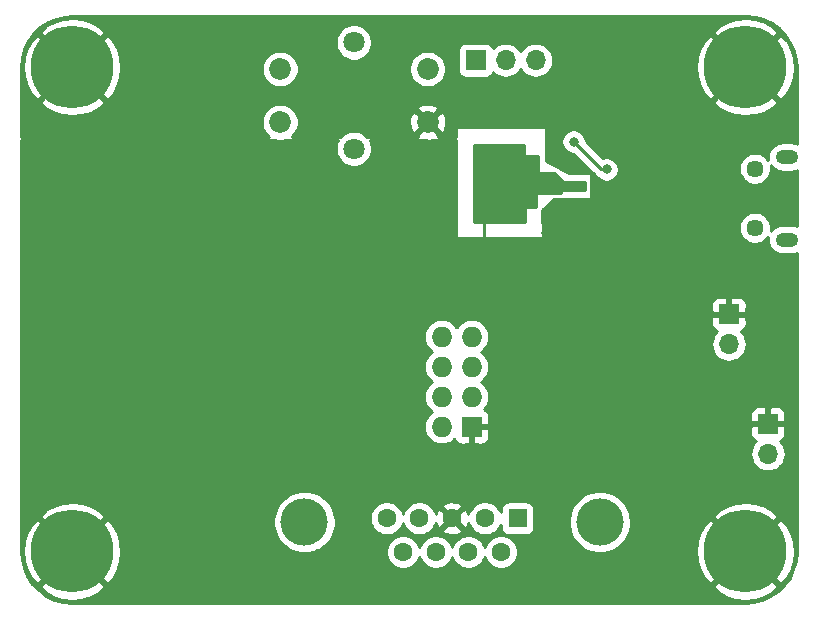
<source format=gbr>
G04 #@! TF.GenerationSoftware,KiCad,Pcbnew,5.1.4+dfsg1-1*
G04 #@! TF.CreationDate,2020-05-25T13:33:09+02:00*
G04 #@! TF.ProjectId,Telemetry,54656c65-6d65-4747-9279-2e6b69636164,rev?*
G04 #@! TF.SameCoordinates,Original*
G04 #@! TF.FileFunction,Copper,L2,Bot*
G04 #@! TF.FilePolarity,Positive*
%FSLAX46Y46*%
G04 Gerber Fmt 4.6, Leading zero omitted, Abs format (unit mm)*
G04 Created by KiCad (PCBNEW 5.1.4+dfsg1-1) date 2020-05-25 13:33:09*
%MOMM*%
%LPD*%
G04 APERTURE LIST*
%ADD10O,1.727200X1.727200*%
%ADD11R,1.727200X1.727200*%
%ADD12O,1.900000X1.200000*%
%ADD13C,1.450000*%
%ADD14C,0.800000*%
%ADD15C,7.000000*%
%ADD16C,1.850000*%
%ADD17C,1.800000*%
%ADD18C,4.000000*%
%ADD19C,1.600000*%
%ADD20R,1.600000X1.600000*%
%ADD21O,1.700000X1.700000*%
%ADD22R,1.700000X1.700000*%
%ADD23C,0.250000*%
%ADD24C,0.254000*%
G04 APERTURE END LIST*
D10*
X219282000Y-134440000D03*
D11*
X221822000Y-134440000D03*
D10*
X219282000Y-131900000D03*
X221822000Y-131900000D03*
X219282000Y-129360000D03*
X221822000Y-129360000D03*
X219282000Y-126820000D03*
X221822000Y-126820000D03*
D12*
X248500000Y-111600000D03*
X248500000Y-118600000D03*
D13*
X245800000Y-112600000D03*
X245800000Y-117600000D03*
D14*
X243143845Y-105856155D03*
X245000000Y-106625000D03*
X246856155Y-105856155D03*
X247625000Y-104000000D03*
X246856155Y-102143845D03*
X245000000Y-101375000D03*
X243143845Y-102143845D03*
X242375000Y-104000000D03*
D15*
X245000000Y-104000000D03*
D14*
X189856155Y-143143845D03*
X188000000Y-142375000D03*
X186143845Y-143143845D03*
X185375000Y-145000000D03*
X186143845Y-146856155D03*
X188000000Y-147625000D03*
X189856155Y-146856155D03*
X190625000Y-145000000D03*
D15*
X188000000Y-145000000D03*
D14*
X186143845Y-105856155D03*
X188000000Y-106625000D03*
X189856155Y-105856155D03*
X190625000Y-104000000D03*
X189856155Y-102143845D03*
X188000000Y-101375000D03*
X186143845Y-102143845D03*
X185375000Y-104000000D03*
D15*
X188000000Y-104000000D03*
D14*
X246856155Y-143143845D03*
X245000000Y-142375000D03*
X243143845Y-143143845D03*
X242375000Y-145000000D03*
X243143845Y-146856155D03*
X245000000Y-147625000D03*
X246856155Y-146856155D03*
X247625000Y-145000000D03*
D15*
X245000000Y-145000000D03*
D16*
X218100000Y-108650000D03*
X205600000Y-108650000D03*
X218100000Y-104150000D03*
X205600000Y-104150000D03*
D17*
X211850000Y-101900000D03*
X211850000Y-110900000D03*
D18*
X232660000Y-142500000D03*
X207660000Y-142500000D03*
D19*
X216005000Y-145040000D03*
X218775000Y-145040000D03*
X221545000Y-145040000D03*
X224315000Y-145040000D03*
X214620000Y-142200000D03*
X217390000Y-142200000D03*
X220160000Y-142200000D03*
X222930000Y-142200000D03*
D20*
X225700000Y-142200000D03*
D21*
X227240000Y-103400000D03*
X224700000Y-103400000D03*
D22*
X222160000Y-103400000D03*
X246900000Y-134200000D03*
D21*
X246900000Y-136740000D03*
D22*
X243600000Y-124900000D03*
D21*
X243600000Y-127440000D03*
D14*
X224200000Y-111750000D03*
X222900000Y-114150000D03*
X241480000Y-134930000D03*
X240450000Y-137450000D03*
X239050000Y-136500000D03*
X234225000Y-128250000D03*
X234200000Y-130800000D03*
X238600000Y-147800000D03*
X243150000Y-111950000D03*
X244500000Y-113500000D03*
X236150000Y-100350000D03*
X234150000Y-104350000D03*
X228073959Y-118024990D03*
X232100000Y-107900000D03*
X236200000Y-121750000D03*
X233250000Y-112650000D03*
X230450000Y-110300000D03*
D23*
X222520000Y-114530000D02*
X222900000Y-114150000D01*
X222900000Y-114150000D02*
X222900000Y-114715685D01*
X222900000Y-114715685D02*
X222900000Y-119500000D01*
X232800000Y-112650000D02*
X233250000Y-112650000D01*
X230450000Y-110300000D02*
X232800000Y-112650000D01*
D24*
G36*
X226273000Y-111350000D02*
G01*
X226275440Y-111374776D01*
X226282667Y-111398601D01*
X226294403Y-111420557D01*
X226310197Y-111439803D01*
X226329443Y-111455597D01*
X226351399Y-111467333D01*
X226375224Y-111474560D01*
X226400000Y-111477000D01*
X227473000Y-111477000D01*
X227473000Y-112850000D01*
X227475440Y-112874776D01*
X227482667Y-112898601D01*
X227494403Y-112920557D01*
X227510197Y-112939803D01*
X227529443Y-112955597D01*
X227551399Y-112967333D01*
X227575224Y-112974560D01*
X227600000Y-112977000D01*
X228752658Y-112977000D01*
X229536868Y-113656011D01*
X229557197Y-113670384D01*
X229579938Y-113680516D01*
X229604220Y-113686016D01*
X229619665Y-113687000D01*
X231388652Y-113691668D01*
X231392342Y-114407685D01*
X229490313Y-114403000D01*
X229465530Y-114405380D01*
X229441688Y-114412548D01*
X229419703Y-114424230D01*
X229400419Y-114439977D01*
X229384577Y-114459183D01*
X229372787Y-114481110D01*
X229365502Y-114504917D01*
X229363131Y-114535767D01*
X229367096Y-114623000D01*
X227400000Y-114623000D01*
X227375224Y-114625440D01*
X227351399Y-114632667D01*
X227329443Y-114644403D01*
X227310197Y-114660197D01*
X227294403Y-114679443D01*
X227282667Y-114701399D01*
X227275440Y-114725224D01*
X227273000Y-114750000D01*
X227273000Y-115823000D01*
X226500000Y-115823000D01*
X226475224Y-115825440D01*
X226451399Y-115832667D01*
X226429443Y-115844403D01*
X226410197Y-115860197D01*
X226394403Y-115879443D01*
X226382667Y-115901399D01*
X226375440Y-115925224D01*
X226373000Y-115950000D01*
X226373000Y-117123000D01*
X222027000Y-117123000D01*
X222027000Y-110577000D01*
X226273000Y-110577000D01*
X226273000Y-111350000D01*
X226273000Y-111350000D01*
G37*
X226273000Y-111350000D02*
X226275440Y-111374776D01*
X226282667Y-111398601D01*
X226294403Y-111420557D01*
X226310197Y-111439803D01*
X226329443Y-111455597D01*
X226351399Y-111467333D01*
X226375224Y-111474560D01*
X226400000Y-111477000D01*
X227473000Y-111477000D01*
X227473000Y-112850000D01*
X227475440Y-112874776D01*
X227482667Y-112898601D01*
X227494403Y-112920557D01*
X227510197Y-112939803D01*
X227529443Y-112955597D01*
X227551399Y-112967333D01*
X227575224Y-112974560D01*
X227600000Y-112977000D01*
X228752658Y-112977000D01*
X229536868Y-113656011D01*
X229557197Y-113670384D01*
X229579938Y-113680516D01*
X229604220Y-113686016D01*
X229619665Y-113687000D01*
X231388652Y-113691668D01*
X231392342Y-114407685D01*
X229490313Y-114403000D01*
X229465530Y-114405380D01*
X229441688Y-114412548D01*
X229419703Y-114424230D01*
X229400419Y-114439977D01*
X229384577Y-114459183D01*
X229372787Y-114481110D01*
X229365502Y-114504917D01*
X229363131Y-114535767D01*
X229367096Y-114623000D01*
X227400000Y-114623000D01*
X227375224Y-114625440D01*
X227351399Y-114632667D01*
X227329443Y-114644403D01*
X227310197Y-114660197D01*
X227294403Y-114679443D01*
X227282667Y-114701399D01*
X227275440Y-114725224D01*
X227273000Y-114750000D01*
X227273000Y-115823000D01*
X226500000Y-115823000D01*
X226475224Y-115825440D01*
X226451399Y-115832667D01*
X226429443Y-115844403D01*
X226410197Y-115860197D01*
X226394403Y-115879443D01*
X226382667Y-115901399D01*
X226375440Y-115925224D01*
X226373000Y-115950000D01*
X226373000Y-117123000D01*
X222027000Y-117123000D01*
X222027000Y-110577000D01*
X226273000Y-110577000D01*
X226273000Y-111350000D01*
G36*
X245768083Y-99731173D02*
G01*
X246511891Y-99934656D01*
X247207905Y-100266638D01*
X247834130Y-100716626D01*
X248370777Y-101270403D01*
X248800871Y-101910451D01*
X249110829Y-102616553D01*
X249292065Y-103371457D01*
X249340001Y-104024220D01*
X249340001Y-110461560D01*
X249324901Y-110453489D01*
X249092102Y-110382870D01*
X248910665Y-110365000D01*
X248089335Y-110365000D01*
X247907898Y-110382870D01*
X247675099Y-110453489D01*
X247460551Y-110568167D01*
X247272498Y-110722498D01*
X247118167Y-110910551D01*
X247003489Y-111125099D01*
X246932870Y-111357898D01*
X246909025Y-111600000D01*
X246932870Y-111842102D01*
X246935883Y-111852035D01*
X246856381Y-111733051D01*
X246666949Y-111543619D01*
X246444201Y-111394784D01*
X246196697Y-111292264D01*
X245933948Y-111240000D01*
X245666052Y-111240000D01*
X245403303Y-111292264D01*
X245155799Y-111394784D01*
X244933051Y-111543619D01*
X244743619Y-111733051D01*
X244594784Y-111955799D01*
X244492264Y-112203303D01*
X244440000Y-112466052D01*
X244440000Y-112733948D01*
X244492264Y-112996697D01*
X244594784Y-113244201D01*
X244743619Y-113466949D01*
X244933051Y-113656381D01*
X245155799Y-113805216D01*
X245403303Y-113907736D01*
X245666052Y-113960000D01*
X245933948Y-113960000D01*
X246196697Y-113907736D01*
X246444201Y-113805216D01*
X246666949Y-113656381D01*
X246856381Y-113466949D01*
X247005216Y-113244201D01*
X247107736Y-112996697D01*
X247160000Y-112733948D01*
X247160000Y-112466052D01*
X247127016Y-112300232D01*
X247272498Y-112477502D01*
X247460551Y-112631833D01*
X247675099Y-112746511D01*
X247907898Y-112817130D01*
X248089335Y-112835000D01*
X248910665Y-112835000D01*
X249092102Y-112817130D01*
X249324901Y-112746511D01*
X249340001Y-112738440D01*
X249340001Y-117461560D01*
X249324901Y-117453489D01*
X249092102Y-117382870D01*
X248910665Y-117365000D01*
X248089335Y-117365000D01*
X247907898Y-117382870D01*
X247675099Y-117453489D01*
X247460551Y-117568167D01*
X247272498Y-117722498D01*
X247127016Y-117899768D01*
X247160000Y-117733948D01*
X247160000Y-117466052D01*
X247107736Y-117203303D01*
X247005216Y-116955799D01*
X246856381Y-116733051D01*
X246666949Y-116543619D01*
X246444201Y-116394784D01*
X246196697Y-116292264D01*
X245933948Y-116240000D01*
X245666052Y-116240000D01*
X245403303Y-116292264D01*
X245155799Y-116394784D01*
X244933051Y-116543619D01*
X244743619Y-116733051D01*
X244594784Y-116955799D01*
X244492264Y-117203303D01*
X244440000Y-117466052D01*
X244440000Y-117733948D01*
X244492264Y-117996697D01*
X244594784Y-118244201D01*
X244743619Y-118466949D01*
X244933051Y-118656381D01*
X245155799Y-118805216D01*
X245403303Y-118907736D01*
X245666052Y-118960000D01*
X245933948Y-118960000D01*
X246196697Y-118907736D01*
X246444201Y-118805216D01*
X246666949Y-118656381D01*
X246856381Y-118466949D01*
X246935883Y-118347965D01*
X246932870Y-118357898D01*
X246909025Y-118600000D01*
X246932870Y-118842102D01*
X247003489Y-119074901D01*
X247118167Y-119289449D01*
X247272498Y-119477502D01*
X247460551Y-119631833D01*
X247675099Y-119746511D01*
X247907898Y-119817130D01*
X248089335Y-119835000D01*
X248910665Y-119835000D01*
X249092102Y-119817130D01*
X249324901Y-119746511D01*
X249340001Y-119738440D01*
X249340000Y-144970608D01*
X249268827Y-145768083D01*
X249065344Y-146511890D01*
X248733363Y-147207904D01*
X248283374Y-147834130D01*
X247729597Y-148370777D01*
X247089549Y-148800871D01*
X246383447Y-149110829D01*
X245628543Y-149292065D01*
X244975793Y-149340000D01*
X188029392Y-149340000D01*
X187231917Y-149268827D01*
X186488110Y-149065344D01*
X185792096Y-148733363D01*
X185165870Y-148283374D01*
X184808073Y-147914155D01*
X185265450Y-147914155D01*
X185661634Y-148434550D01*
X186376612Y-148824748D01*
X187153976Y-149067964D01*
X187963853Y-149154851D01*
X188775118Y-149082069D01*
X189556597Y-148852415D01*
X190278256Y-148474715D01*
X190338366Y-148434550D01*
X190734550Y-147914155D01*
X242265450Y-147914155D01*
X242661634Y-148434550D01*
X243376612Y-148824748D01*
X244153976Y-149067964D01*
X244963853Y-149154851D01*
X245775118Y-149082069D01*
X246556597Y-148852415D01*
X247278256Y-148474715D01*
X247338366Y-148434550D01*
X247734550Y-147914155D01*
X245000000Y-145179605D01*
X242265450Y-147914155D01*
X190734550Y-147914155D01*
X188000000Y-145179605D01*
X185265450Y-147914155D01*
X184808073Y-147914155D01*
X184629223Y-147729597D01*
X184199129Y-147089549D01*
X183889171Y-146383447D01*
X183707935Y-145628543D01*
X183660000Y-144975793D01*
X183660000Y-144963853D01*
X183845149Y-144963853D01*
X183917931Y-145775118D01*
X184147585Y-146556597D01*
X184525285Y-147278256D01*
X184565450Y-147338366D01*
X185085845Y-147734550D01*
X187820395Y-145000000D01*
X188179605Y-145000000D01*
X190914155Y-147734550D01*
X191434550Y-147338366D01*
X191824748Y-146623388D01*
X192067964Y-145846024D01*
X192154851Y-145036147D01*
X192082069Y-144224882D01*
X191852415Y-143443403D01*
X191474715Y-142721744D01*
X191434550Y-142661634D01*
X190914155Y-142265450D01*
X188179605Y-145000000D01*
X187820395Y-145000000D01*
X185085845Y-142265450D01*
X184565450Y-142661634D01*
X184175252Y-143376612D01*
X183932036Y-144153976D01*
X183845149Y-144963853D01*
X183660000Y-144963853D01*
X183660000Y-142085845D01*
X185265450Y-142085845D01*
X188000000Y-144820395D01*
X190579920Y-142240475D01*
X205025000Y-142240475D01*
X205025000Y-142759525D01*
X205126261Y-143268601D01*
X205324893Y-143748141D01*
X205613262Y-144179715D01*
X205980285Y-144546738D01*
X206411859Y-144835107D01*
X206891399Y-145033739D01*
X207400475Y-145135000D01*
X207919525Y-145135000D01*
X208428601Y-145033739D01*
X208754698Y-144898665D01*
X214570000Y-144898665D01*
X214570000Y-145181335D01*
X214625147Y-145458574D01*
X214733320Y-145719727D01*
X214890363Y-145954759D01*
X215090241Y-146154637D01*
X215325273Y-146311680D01*
X215586426Y-146419853D01*
X215863665Y-146475000D01*
X216146335Y-146475000D01*
X216423574Y-146419853D01*
X216684727Y-146311680D01*
X216919759Y-146154637D01*
X217119637Y-145954759D01*
X217276680Y-145719727D01*
X217384853Y-145458574D01*
X217390000Y-145432699D01*
X217395147Y-145458574D01*
X217503320Y-145719727D01*
X217660363Y-145954759D01*
X217860241Y-146154637D01*
X218095273Y-146311680D01*
X218356426Y-146419853D01*
X218633665Y-146475000D01*
X218916335Y-146475000D01*
X219193574Y-146419853D01*
X219454727Y-146311680D01*
X219689759Y-146154637D01*
X219889637Y-145954759D01*
X220046680Y-145719727D01*
X220154853Y-145458574D01*
X220160000Y-145432699D01*
X220165147Y-145458574D01*
X220273320Y-145719727D01*
X220430363Y-145954759D01*
X220630241Y-146154637D01*
X220865273Y-146311680D01*
X221126426Y-146419853D01*
X221403665Y-146475000D01*
X221686335Y-146475000D01*
X221963574Y-146419853D01*
X222224727Y-146311680D01*
X222459759Y-146154637D01*
X222659637Y-145954759D01*
X222816680Y-145719727D01*
X222924853Y-145458574D01*
X222930000Y-145432699D01*
X222935147Y-145458574D01*
X223043320Y-145719727D01*
X223200363Y-145954759D01*
X223400241Y-146154637D01*
X223635273Y-146311680D01*
X223896426Y-146419853D01*
X224173665Y-146475000D01*
X224456335Y-146475000D01*
X224733574Y-146419853D01*
X224994727Y-146311680D01*
X225229759Y-146154637D01*
X225429637Y-145954759D01*
X225586680Y-145719727D01*
X225694853Y-145458574D01*
X225750000Y-145181335D01*
X225750000Y-144898665D01*
X225694853Y-144621426D01*
X225586680Y-144360273D01*
X225429637Y-144125241D01*
X225229759Y-143925363D01*
X224994727Y-143768320D01*
X224733574Y-143660147D01*
X224456335Y-143605000D01*
X224173665Y-143605000D01*
X223896426Y-143660147D01*
X223635273Y-143768320D01*
X223400241Y-143925363D01*
X223200363Y-144125241D01*
X223043320Y-144360273D01*
X222935147Y-144621426D01*
X222930000Y-144647301D01*
X222924853Y-144621426D01*
X222816680Y-144360273D01*
X222659637Y-144125241D01*
X222459759Y-143925363D01*
X222224727Y-143768320D01*
X221963574Y-143660147D01*
X221686335Y-143605000D01*
X221403665Y-143605000D01*
X221126426Y-143660147D01*
X220865273Y-143768320D01*
X220630241Y-143925363D01*
X220430363Y-144125241D01*
X220273320Y-144360273D01*
X220165147Y-144621426D01*
X220160000Y-144647301D01*
X220154853Y-144621426D01*
X220046680Y-144360273D01*
X219889637Y-144125241D01*
X219689759Y-143925363D01*
X219454727Y-143768320D01*
X219193574Y-143660147D01*
X218916335Y-143605000D01*
X218633665Y-143605000D01*
X218356426Y-143660147D01*
X218095273Y-143768320D01*
X217860241Y-143925363D01*
X217660363Y-144125241D01*
X217503320Y-144360273D01*
X217395147Y-144621426D01*
X217390000Y-144647301D01*
X217384853Y-144621426D01*
X217276680Y-144360273D01*
X217119637Y-144125241D01*
X216919759Y-143925363D01*
X216684727Y-143768320D01*
X216423574Y-143660147D01*
X216146335Y-143605000D01*
X215863665Y-143605000D01*
X215586426Y-143660147D01*
X215325273Y-143768320D01*
X215090241Y-143925363D01*
X214890363Y-144125241D01*
X214733320Y-144360273D01*
X214625147Y-144621426D01*
X214570000Y-144898665D01*
X208754698Y-144898665D01*
X208908141Y-144835107D01*
X209339715Y-144546738D01*
X209706738Y-144179715D01*
X209995107Y-143748141D01*
X210193739Y-143268601D01*
X210295000Y-142759525D01*
X210295000Y-142240475D01*
X210258836Y-142058665D01*
X213185000Y-142058665D01*
X213185000Y-142341335D01*
X213240147Y-142618574D01*
X213348320Y-142879727D01*
X213505363Y-143114759D01*
X213705241Y-143314637D01*
X213940273Y-143471680D01*
X214201426Y-143579853D01*
X214478665Y-143635000D01*
X214761335Y-143635000D01*
X215038574Y-143579853D01*
X215299727Y-143471680D01*
X215534759Y-143314637D01*
X215734637Y-143114759D01*
X215891680Y-142879727D01*
X215999853Y-142618574D01*
X216005000Y-142592699D01*
X216010147Y-142618574D01*
X216118320Y-142879727D01*
X216275363Y-143114759D01*
X216475241Y-143314637D01*
X216710273Y-143471680D01*
X216971426Y-143579853D01*
X217248665Y-143635000D01*
X217531335Y-143635000D01*
X217808574Y-143579853D01*
X218069727Y-143471680D01*
X218304759Y-143314637D01*
X218426694Y-143192702D01*
X219346903Y-143192702D01*
X219418486Y-143436671D01*
X219673996Y-143557571D01*
X219948184Y-143626300D01*
X220230512Y-143640217D01*
X220510130Y-143598787D01*
X220776292Y-143503603D01*
X220901514Y-143436671D01*
X220973097Y-143192702D01*
X220160000Y-142379605D01*
X219346903Y-143192702D01*
X218426694Y-143192702D01*
X218504637Y-143114759D01*
X218661680Y-142879727D01*
X218769853Y-142618574D01*
X218775513Y-142590118D01*
X218856397Y-142816292D01*
X218923329Y-142941514D01*
X219167298Y-143013097D01*
X219980395Y-142200000D01*
X220339605Y-142200000D01*
X221152702Y-143013097D01*
X221396671Y-142941514D01*
X221517571Y-142686004D01*
X221543212Y-142583711D01*
X221550147Y-142618574D01*
X221658320Y-142879727D01*
X221815363Y-143114759D01*
X222015241Y-143314637D01*
X222250273Y-143471680D01*
X222511426Y-143579853D01*
X222788665Y-143635000D01*
X223071335Y-143635000D01*
X223348574Y-143579853D01*
X223609727Y-143471680D01*
X223844759Y-143314637D01*
X224044637Y-143114759D01*
X224201680Y-142879727D01*
X224261928Y-142734275D01*
X224261928Y-143000000D01*
X224274188Y-143124482D01*
X224310498Y-143244180D01*
X224369463Y-143354494D01*
X224448815Y-143451185D01*
X224545506Y-143530537D01*
X224655820Y-143589502D01*
X224775518Y-143625812D01*
X224900000Y-143638072D01*
X226500000Y-143638072D01*
X226624482Y-143625812D01*
X226744180Y-143589502D01*
X226854494Y-143530537D01*
X226951185Y-143451185D01*
X227030537Y-143354494D01*
X227089502Y-143244180D01*
X227125812Y-143124482D01*
X227138072Y-143000000D01*
X227138072Y-142240475D01*
X230025000Y-142240475D01*
X230025000Y-142759525D01*
X230126261Y-143268601D01*
X230324893Y-143748141D01*
X230613262Y-144179715D01*
X230980285Y-144546738D01*
X231411859Y-144835107D01*
X231891399Y-145033739D01*
X232400475Y-145135000D01*
X232919525Y-145135000D01*
X233428601Y-145033739D01*
X233597320Y-144963853D01*
X240845149Y-144963853D01*
X240917931Y-145775118D01*
X241147585Y-146556597D01*
X241525285Y-147278256D01*
X241565450Y-147338366D01*
X242085845Y-147734550D01*
X244820395Y-145000000D01*
X245179605Y-145000000D01*
X247914155Y-147734550D01*
X248434550Y-147338366D01*
X248824748Y-146623388D01*
X249067964Y-145846024D01*
X249154851Y-145036147D01*
X249082069Y-144224882D01*
X248852415Y-143443403D01*
X248474715Y-142721744D01*
X248434550Y-142661634D01*
X247914155Y-142265450D01*
X245179605Y-145000000D01*
X244820395Y-145000000D01*
X242085845Y-142265450D01*
X241565450Y-142661634D01*
X241175252Y-143376612D01*
X240932036Y-144153976D01*
X240845149Y-144963853D01*
X233597320Y-144963853D01*
X233908141Y-144835107D01*
X234339715Y-144546738D01*
X234706738Y-144179715D01*
X234995107Y-143748141D01*
X235193739Y-143268601D01*
X235295000Y-142759525D01*
X235295000Y-142240475D01*
X235264243Y-142085845D01*
X242265450Y-142085845D01*
X245000000Y-144820395D01*
X247734550Y-142085845D01*
X247338366Y-141565450D01*
X246623388Y-141175252D01*
X245846024Y-140932036D01*
X245036147Y-140845149D01*
X244224882Y-140917931D01*
X243443403Y-141147585D01*
X242721744Y-141525285D01*
X242661634Y-141565450D01*
X242265450Y-142085845D01*
X235264243Y-142085845D01*
X235193739Y-141731399D01*
X234995107Y-141251859D01*
X234706738Y-140820285D01*
X234339715Y-140453262D01*
X233908141Y-140164893D01*
X233428601Y-139966261D01*
X232919525Y-139865000D01*
X232400475Y-139865000D01*
X231891399Y-139966261D01*
X231411859Y-140164893D01*
X230980285Y-140453262D01*
X230613262Y-140820285D01*
X230324893Y-141251859D01*
X230126261Y-141731399D01*
X230025000Y-142240475D01*
X227138072Y-142240475D01*
X227138072Y-141400000D01*
X227125812Y-141275518D01*
X227089502Y-141155820D01*
X227030537Y-141045506D01*
X226951185Y-140948815D01*
X226854494Y-140869463D01*
X226744180Y-140810498D01*
X226624482Y-140774188D01*
X226500000Y-140761928D01*
X224900000Y-140761928D01*
X224775518Y-140774188D01*
X224655820Y-140810498D01*
X224545506Y-140869463D01*
X224448815Y-140948815D01*
X224369463Y-141045506D01*
X224310498Y-141155820D01*
X224274188Y-141275518D01*
X224261928Y-141400000D01*
X224261928Y-141665725D01*
X224201680Y-141520273D01*
X224044637Y-141285241D01*
X223844759Y-141085363D01*
X223609727Y-140928320D01*
X223348574Y-140820147D01*
X223071335Y-140765000D01*
X222788665Y-140765000D01*
X222511426Y-140820147D01*
X222250273Y-140928320D01*
X222015241Y-141085363D01*
X221815363Y-141285241D01*
X221658320Y-141520273D01*
X221550147Y-141781426D01*
X221544487Y-141809882D01*
X221463603Y-141583708D01*
X221396671Y-141458486D01*
X221152702Y-141386903D01*
X220339605Y-142200000D01*
X219980395Y-142200000D01*
X219167298Y-141386903D01*
X218923329Y-141458486D01*
X218802429Y-141713996D01*
X218776788Y-141816289D01*
X218769853Y-141781426D01*
X218661680Y-141520273D01*
X218504637Y-141285241D01*
X218426694Y-141207298D01*
X219346903Y-141207298D01*
X220160000Y-142020395D01*
X220973097Y-141207298D01*
X220901514Y-140963329D01*
X220646004Y-140842429D01*
X220371816Y-140773700D01*
X220089488Y-140759783D01*
X219809870Y-140801213D01*
X219543708Y-140896397D01*
X219418486Y-140963329D01*
X219346903Y-141207298D01*
X218426694Y-141207298D01*
X218304759Y-141085363D01*
X218069727Y-140928320D01*
X217808574Y-140820147D01*
X217531335Y-140765000D01*
X217248665Y-140765000D01*
X216971426Y-140820147D01*
X216710273Y-140928320D01*
X216475241Y-141085363D01*
X216275363Y-141285241D01*
X216118320Y-141520273D01*
X216010147Y-141781426D01*
X216005000Y-141807301D01*
X215999853Y-141781426D01*
X215891680Y-141520273D01*
X215734637Y-141285241D01*
X215534759Y-141085363D01*
X215299727Y-140928320D01*
X215038574Y-140820147D01*
X214761335Y-140765000D01*
X214478665Y-140765000D01*
X214201426Y-140820147D01*
X213940273Y-140928320D01*
X213705241Y-141085363D01*
X213505363Y-141285241D01*
X213348320Y-141520273D01*
X213240147Y-141781426D01*
X213185000Y-142058665D01*
X210258836Y-142058665D01*
X210193739Y-141731399D01*
X209995107Y-141251859D01*
X209706738Y-140820285D01*
X209339715Y-140453262D01*
X208908141Y-140164893D01*
X208428601Y-139966261D01*
X207919525Y-139865000D01*
X207400475Y-139865000D01*
X206891399Y-139966261D01*
X206411859Y-140164893D01*
X205980285Y-140453262D01*
X205613262Y-140820285D01*
X205324893Y-141251859D01*
X205126261Y-141731399D01*
X205025000Y-142240475D01*
X190579920Y-142240475D01*
X190734550Y-142085845D01*
X190338366Y-141565450D01*
X189623388Y-141175252D01*
X188846024Y-140932036D01*
X188036147Y-140845149D01*
X187224882Y-140917931D01*
X186443403Y-141147585D01*
X185721744Y-141525285D01*
X185661634Y-141565450D01*
X185265450Y-142085845D01*
X183660000Y-142085845D01*
X183660000Y-136740000D01*
X245407815Y-136740000D01*
X245436487Y-137031111D01*
X245521401Y-137311034D01*
X245659294Y-137569014D01*
X245844866Y-137795134D01*
X246070986Y-137980706D01*
X246328966Y-138118599D01*
X246608889Y-138203513D01*
X246827050Y-138225000D01*
X246972950Y-138225000D01*
X247191111Y-138203513D01*
X247471034Y-138118599D01*
X247729014Y-137980706D01*
X247955134Y-137795134D01*
X248140706Y-137569014D01*
X248278599Y-137311034D01*
X248363513Y-137031111D01*
X248392185Y-136740000D01*
X248363513Y-136448889D01*
X248278599Y-136168966D01*
X248140706Y-135910986D01*
X247955134Y-135684866D01*
X247925313Y-135660393D01*
X247994180Y-135639502D01*
X248104494Y-135580537D01*
X248201185Y-135501185D01*
X248280537Y-135404494D01*
X248339502Y-135294180D01*
X248375812Y-135174482D01*
X248388072Y-135050000D01*
X248385000Y-134485750D01*
X248226250Y-134327000D01*
X247027000Y-134327000D01*
X247027000Y-134347000D01*
X246773000Y-134347000D01*
X246773000Y-134327000D01*
X245573750Y-134327000D01*
X245415000Y-134485750D01*
X245411928Y-135050000D01*
X245424188Y-135174482D01*
X245460498Y-135294180D01*
X245519463Y-135404494D01*
X245598815Y-135501185D01*
X245695506Y-135580537D01*
X245805820Y-135639502D01*
X245874687Y-135660393D01*
X245844866Y-135684866D01*
X245659294Y-135910986D01*
X245521401Y-136168966D01*
X245436487Y-136448889D01*
X245407815Y-136740000D01*
X183660000Y-136740000D01*
X183660000Y-126820000D01*
X217776149Y-126820000D01*
X217805084Y-127113777D01*
X217890775Y-127396264D01*
X218029931Y-127656606D01*
X218217203Y-127884797D01*
X218445394Y-128072069D01*
X218478940Y-128090000D01*
X218445394Y-128107931D01*
X218217203Y-128295203D01*
X218029931Y-128523394D01*
X217890775Y-128783736D01*
X217805084Y-129066223D01*
X217776149Y-129360000D01*
X217805084Y-129653777D01*
X217890775Y-129936264D01*
X218029931Y-130196606D01*
X218217203Y-130424797D01*
X218445394Y-130612069D01*
X218478940Y-130630000D01*
X218445394Y-130647931D01*
X218217203Y-130835203D01*
X218029931Y-131063394D01*
X217890775Y-131323736D01*
X217805084Y-131606223D01*
X217776149Y-131900000D01*
X217805084Y-132193777D01*
X217890775Y-132476264D01*
X218029931Y-132736606D01*
X218217203Y-132964797D01*
X218445394Y-133152069D01*
X218478940Y-133170000D01*
X218445394Y-133187931D01*
X218217203Y-133375203D01*
X218029931Y-133603394D01*
X217890775Y-133863736D01*
X217805084Y-134146223D01*
X217776149Y-134440000D01*
X217805084Y-134733777D01*
X217890775Y-135016264D01*
X218029931Y-135276606D01*
X218217203Y-135504797D01*
X218445394Y-135692069D01*
X218705736Y-135831225D01*
X218988223Y-135916916D01*
X219208381Y-135938600D01*
X219355619Y-135938600D01*
X219575777Y-135916916D01*
X219858264Y-135831225D01*
X220118606Y-135692069D01*
X220346797Y-135504797D01*
X220353414Y-135496735D01*
X220368898Y-135547780D01*
X220427863Y-135658094D01*
X220507215Y-135754785D01*
X220603906Y-135834137D01*
X220714220Y-135893102D01*
X220833918Y-135929412D01*
X220958400Y-135941672D01*
X221536250Y-135938600D01*
X221695000Y-135779850D01*
X221695000Y-134567000D01*
X221949000Y-134567000D01*
X221949000Y-135779850D01*
X222107750Y-135938600D01*
X222685600Y-135941672D01*
X222810082Y-135929412D01*
X222929780Y-135893102D01*
X223040094Y-135834137D01*
X223136785Y-135754785D01*
X223216137Y-135658094D01*
X223275102Y-135547780D01*
X223311412Y-135428082D01*
X223323672Y-135303600D01*
X223320600Y-134725750D01*
X223161850Y-134567000D01*
X221949000Y-134567000D01*
X221695000Y-134567000D01*
X221675000Y-134567000D01*
X221675000Y-134313000D01*
X221695000Y-134313000D01*
X221695000Y-134293000D01*
X221949000Y-134293000D01*
X221949000Y-134313000D01*
X223161850Y-134313000D01*
X223320600Y-134154250D01*
X223323672Y-133576400D01*
X223311412Y-133451918D01*
X223280496Y-133350000D01*
X245411928Y-133350000D01*
X245415000Y-133914250D01*
X245573750Y-134073000D01*
X246773000Y-134073000D01*
X246773000Y-132873750D01*
X247027000Y-132873750D01*
X247027000Y-134073000D01*
X248226250Y-134073000D01*
X248385000Y-133914250D01*
X248388072Y-133350000D01*
X248375812Y-133225518D01*
X248339502Y-133105820D01*
X248280537Y-132995506D01*
X248201185Y-132898815D01*
X248104494Y-132819463D01*
X247994180Y-132760498D01*
X247874482Y-132724188D01*
X247750000Y-132711928D01*
X247185750Y-132715000D01*
X247027000Y-132873750D01*
X246773000Y-132873750D01*
X246614250Y-132715000D01*
X246050000Y-132711928D01*
X245925518Y-132724188D01*
X245805820Y-132760498D01*
X245695506Y-132819463D01*
X245598815Y-132898815D01*
X245519463Y-132995506D01*
X245460498Y-133105820D01*
X245424188Y-133225518D01*
X245411928Y-133350000D01*
X223280496Y-133350000D01*
X223275102Y-133332220D01*
X223216137Y-133221906D01*
X223136785Y-133125215D01*
X223040094Y-133045863D01*
X222929780Y-132986898D01*
X222878735Y-132971414D01*
X222886797Y-132964797D01*
X223074069Y-132736606D01*
X223213225Y-132476264D01*
X223298916Y-132193777D01*
X223327851Y-131900000D01*
X223298916Y-131606223D01*
X223213225Y-131323736D01*
X223074069Y-131063394D01*
X222886797Y-130835203D01*
X222658606Y-130647931D01*
X222625060Y-130630000D01*
X222658606Y-130612069D01*
X222886797Y-130424797D01*
X223074069Y-130196606D01*
X223213225Y-129936264D01*
X223298916Y-129653777D01*
X223327851Y-129360000D01*
X223298916Y-129066223D01*
X223213225Y-128783736D01*
X223074069Y-128523394D01*
X222886797Y-128295203D01*
X222658606Y-128107931D01*
X222625060Y-128090000D01*
X222658606Y-128072069D01*
X222886797Y-127884797D01*
X223074069Y-127656606D01*
X223189847Y-127440000D01*
X242107815Y-127440000D01*
X242136487Y-127731111D01*
X242221401Y-128011034D01*
X242359294Y-128269014D01*
X242544866Y-128495134D01*
X242770986Y-128680706D01*
X243028966Y-128818599D01*
X243308889Y-128903513D01*
X243527050Y-128925000D01*
X243672950Y-128925000D01*
X243891111Y-128903513D01*
X244171034Y-128818599D01*
X244429014Y-128680706D01*
X244655134Y-128495134D01*
X244840706Y-128269014D01*
X244978599Y-128011034D01*
X245063513Y-127731111D01*
X245092185Y-127440000D01*
X245063513Y-127148889D01*
X244978599Y-126868966D01*
X244840706Y-126610986D01*
X244655134Y-126384866D01*
X244625313Y-126360393D01*
X244694180Y-126339502D01*
X244804494Y-126280537D01*
X244901185Y-126201185D01*
X244980537Y-126104494D01*
X245039502Y-125994180D01*
X245075812Y-125874482D01*
X245088072Y-125750000D01*
X245085000Y-125185750D01*
X244926250Y-125027000D01*
X243727000Y-125027000D01*
X243727000Y-125047000D01*
X243473000Y-125047000D01*
X243473000Y-125027000D01*
X242273750Y-125027000D01*
X242115000Y-125185750D01*
X242111928Y-125750000D01*
X242124188Y-125874482D01*
X242160498Y-125994180D01*
X242219463Y-126104494D01*
X242298815Y-126201185D01*
X242395506Y-126280537D01*
X242505820Y-126339502D01*
X242574687Y-126360393D01*
X242544866Y-126384866D01*
X242359294Y-126610986D01*
X242221401Y-126868966D01*
X242136487Y-127148889D01*
X242107815Y-127440000D01*
X223189847Y-127440000D01*
X223213225Y-127396264D01*
X223298916Y-127113777D01*
X223327851Y-126820000D01*
X223298916Y-126526223D01*
X223213225Y-126243736D01*
X223074069Y-125983394D01*
X222886797Y-125755203D01*
X222658606Y-125567931D01*
X222398264Y-125428775D01*
X222115777Y-125343084D01*
X221895619Y-125321400D01*
X221748381Y-125321400D01*
X221528223Y-125343084D01*
X221245736Y-125428775D01*
X220985394Y-125567931D01*
X220757203Y-125755203D01*
X220569931Y-125983394D01*
X220552000Y-126016940D01*
X220534069Y-125983394D01*
X220346797Y-125755203D01*
X220118606Y-125567931D01*
X219858264Y-125428775D01*
X219575777Y-125343084D01*
X219355619Y-125321400D01*
X219208381Y-125321400D01*
X218988223Y-125343084D01*
X218705736Y-125428775D01*
X218445394Y-125567931D01*
X218217203Y-125755203D01*
X218029931Y-125983394D01*
X217890775Y-126243736D01*
X217805084Y-126526223D01*
X217776149Y-126820000D01*
X183660000Y-126820000D01*
X183660000Y-124050000D01*
X242111928Y-124050000D01*
X242115000Y-124614250D01*
X242273750Y-124773000D01*
X243473000Y-124773000D01*
X243473000Y-123573750D01*
X243727000Y-123573750D01*
X243727000Y-124773000D01*
X244926250Y-124773000D01*
X245085000Y-124614250D01*
X245088072Y-124050000D01*
X245075812Y-123925518D01*
X245039502Y-123805820D01*
X244980537Y-123695506D01*
X244901185Y-123598815D01*
X244804494Y-123519463D01*
X244694180Y-123460498D01*
X244574482Y-123424188D01*
X244450000Y-123411928D01*
X243885750Y-123415000D01*
X243727000Y-123573750D01*
X243473000Y-123573750D01*
X243314250Y-123415000D01*
X242750000Y-123411928D01*
X242625518Y-123424188D01*
X242505820Y-123460498D01*
X242395506Y-123519463D01*
X242298815Y-123598815D01*
X242219463Y-123695506D01*
X242160498Y-123805820D01*
X242124188Y-123925518D01*
X242111928Y-124050000D01*
X183660000Y-124050000D01*
X183660000Y-110127000D01*
X205089317Y-110127000D01*
X205144965Y-110150050D01*
X205446353Y-110210000D01*
X205753647Y-110210000D01*
X206055035Y-110150050D01*
X206110683Y-110127000D01*
X210520374Y-110127000D01*
X210489701Y-110172905D01*
X210373989Y-110452257D01*
X210315000Y-110748816D01*
X210315000Y-111051184D01*
X210373989Y-111347743D01*
X210489701Y-111627095D01*
X210657688Y-111878505D01*
X210871495Y-112092312D01*
X211122905Y-112260299D01*
X211402257Y-112376011D01*
X211698816Y-112435000D01*
X212001184Y-112435000D01*
X212297743Y-112376011D01*
X212577095Y-112260299D01*
X212828505Y-112092312D01*
X213042312Y-111878505D01*
X213210299Y-111627095D01*
X213326011Y-111347743D01*
X213385000Y-111051184D01*
X213385000Y-110748816D01*
X213326011Y-110452257D01*
X213210299Y-110172905D01*
X213179626Y-110127000D01*
X217580402Y-110127000D01*
X217858757Y-110198873D01*
X218165562Y-110216176D01*
X218469848Y-110173292D01*
X218602243Y-110127000D01*
X220473000Y-110127000D01*
X220473000Y-118300000D01*
X220475440Y-118324776D01*
X220482667Y-118348601D01*
X220494403Y-118370557D01*
X220510197Y-118389803D01*
X220529443Y-118405597D01*
X220551399Y-118417333D01*
X220575224Y-118424560D01*
X220600000Y-118427000D01*
X227700000Y-118427000D01*
X227724776Y-118424560D01*
X227748601Y-118417333D01*
X227770557Y-118405597D01*
X227789803Y-118389803D01*
X227805597Y-118370557D01*
X227817333Y-118348601D01*
X227824560Y-118324776D01*
X227826970Y-118297240D01*
X227778227Y-116055065D01*
X228799098Y-115127000D01*
X231800000Y-115127000D01*
X231824776Y-115124560D01*
X231848601Y-115117333D01*
X231870557Y-115105597D01*
X231889803Y-115089803D01*
X231905597Y-115070557D01*
X231917333Y-115048601D01*
X231924560Y-115024776D01*
X231927000Y-115000000D01*
X231927000Y-113100000D01*
X231924560Y-113075224D01*
X231917333Y-113051399D01*
X231905597Y-113029443D01*
X231889803Y-113010197D01*
X231870557Y-112994403D01*
X231848601Y-112982667D01*
X231824776Y-112975440D01*
X231800000Y-112973000D01*
X230032620Y-112973000D01*
X228127000Y-111924909D01*
X228127000Y-110198061D01*
X229415000Y-110198061D01*
X229415000Y-110401939D01*
X229454774Y-110601898D01*
X229532795Y-110790256D01*
X229646063Y-110959774D01*
X229790226Y-111103937D01*
X229959744Y-111217205D01*
X230148102Y-111295226D01*
X230348061Y-111335000D01*
X230410199Y-111335000D01*
X232236201Y-113161003D01*
X232259999Y-113190001D01*
X232375724Y-113284974D01*
X232473556Y-113337267D01*
X232590226Y-113453937D01*
X232759744Y-113567205D01*
X232948102Y-113645226D01*
X233148061Y-113685000D01*
X233351939Y-113685000D01*
X233551898Y-113645226D01*
X233740256Y-113567205D01*
X233909774Y-113453937D01*
X234053937Y-113309774D01*
X234167205Y-113140256D01*
X234245226Y-112951898D01*
X234285000Y-112751939D01*
X234285000Y-112548061D01*
X234245226Y-112348102D01*
X234167205Y-112159744D01*
X234053937Y-111990226D01*
X233909774Y-111846063D01*
X233740256Y-111732795D01*
X233551898Y-111654774D01*
X233351939Y-111615000D01*
X233148061Y-111615000D01*
X232948102Y-111654774D01*
X232899647Y-111674845D01*
X231485000Y-110260199D01*
X231485000Y-110198061D01*
X231445226Y-109998102D01*
X231367205Y-109809744D01*
X231253937Y-109640226D01*
X231109774Y-109496063D01*
X230940256Y-109382795D01*
X230751898Y-109304774D01*
X230551939Y-109265000D01*
X230348061Y-109265000D01*
X230148102Y-109304774D01*
X229959744Y-109382795D01*
X229790226Y-109496063D01*
X229646063Y-109640226D01*
X229532795Y-109809744D01*
X229454774Y-109998102D01*
X229415000Y-110198061D01*
X228127000Y-110198061D01*
X228127000Y-109200000D01*
X228124560Y-109175224D01*
X228117333Y-109151399D01*
X228105597Y-109129443D01*
X228089803Y-109110197D01*
X228070557Y-109094403D01*
X228048601Y-109082667D01*
X228024776Y-109075440D01*
X228000000Y-109073000D01*
X220600000Y-109073000D01*
X220575224Y-109075440D01*
X220551399Y-109082667D01*
X220529443Y-109094403D01*
X220510197Y-109110197D01*
X220494403Y-109129443D01*
X220482667Y-109151399D01*
X220475440Y-109175224D01*
X220473000Y-109200000D01*
X220473000Y-109873000D01*
X218954665Y-109873000D01*
X219002312Y-109731917D01*
X218100000Y-108829605D01*
X217197688Y-109731917D01*
X217245335Y-109873000D01*
X212993817Y-109873000D01*
X212828505Y-109707688D01*
X212577095Y-109539701D01*
X212297743Y-109423989D01*
X212001184Y-109365000D01*
X211698816Y-109365000D01*
X211402257Y-109423989D01*
X211122905Y-109539701D01*
X210871495Y-109707688D01*
X210706183Y-109873000D01*
X206577577Y-109873000D01*
X206594442Y-109861731D01*
X206811731Y-109644442D01*
X206982454Y-109388937D01*
X207100050Y-109105035D01*
X207160000Y-108803647D01*
X207160000Y-108715562D01*
X216533824Y-108715562D01*
X216576708Y-109019848D01*
X216678132Y-109309921D01*
X216761347Y-109465607D01*
X217018083Y-109552312D01*
X217920395Y-108650000D01*
X218279605Y-108650000D01*
X219181917Y-109552312D01*
X219438653Y-109465607D01*
X219572048Y-109188777D01*
X219648873Y-108891243D01*
X219666176Y-108584438D01*
X219623292Y-108280152D01*
X219521868Y-107990079D01*
X219438653Y-107834393D01*
X219181917Y-107747688D01*
X218279605Y-108650000D01*
X217920395Y-108650000D01*
X217018083Y-107747688D01*
X216761347Y-107834393D01*
X216627952Y-108111223D01*
X216551127Y-108408757D01*
X216533824Y-108715562D01*
X207160000Y-108715562D01*
X207160000Y-108496353D01*
X207100050Y-108194965D01*
X206982454Y-107911063D01*
X206811731Y-107655558D01*
X206724256Y-107568083D01*
X217197688Y-107568083D01*
X218100000Y-108470395D01*
X219002312Y-107568083D01*
X218915607Y-107311347D01*
X218638777Y-107177952D01*
X218341243Y-107101127D01*
X218034438Y-107083824D01*
X217730152Y-107126708D01*
X217440079Y-107228132D01*
X217284393Y-107311347D01*
X217197688Y-107568083D01*
X206724256Y-107568083D01*
X206594442Y-107438269D01*
X206338937Y-107267546D01*
X206055035Y-107149950D01*
X205753647Y-107090000D01*
X205446353Y-107090000D01*
X205144965Y-107149950D01*
X204861063Y-107267546D01*
X204605558Y-107438269D01*
X204388269Y-107655558D01*
X204217546Y-107911063D01*
X204099950Y-108194965D01*
X204040000Y-108496353D01*
X204040000Y-108803647D01*
X204099950Y-109105035D01*
X204217546Y-109388937D01*
X204388269Y-109644442D01*
X204605558Y-109861731D01*
X204622423Y-109873000D01*
X183660000Y-109873000D01*
X183660000Y-106914155D01*
X185265450Y-106914155D01*
X185661634Y-107434550D01*
X186376612Y-107824748D01*
X187153976Y-108067964D01*
X187963853Y-108154851D01*
X188775118Y-108082069D01*
X189556597Y-107852415D01*
X190278256Y-107474715D01*
X190338366Y-107434550D01*
X190734550Y-106914155D01*
X242265450Y-106914155D01*
X242661634Y-107434550D01*
X243376612Y-107824748D01*
X244153976Y-108067964D01*
X244963853Y-108154851D01*
X245775118Y-108082069D01*
X246556597Y-107852415D01*
X247278256Y-107474715D01*
X247338366Y-107434550D01*
X247734550Y-106914155D01*
X245000000Y-104179605D01*
X242265450Y-106914155D01*
X190734550Y-106914155D01*
X188000000Y-104179605D01*
X185265450Y-106914155D01*
X183660000Y-106914155D01*
X183660000Y-104029392D01*
X183665849Y-103963853D01*
X183845149Y-103963853D01*
X183917931Y-104775118D01*
X184147585Y-105556597D01*
X184525285Y-106278256D01*
X184565450Y-106338366D01*
X185085845Y-106734550D01*
X187820395Y-104000000D01*
X188179605Y-104000000D01*
X190914155Y-106734550D01*
X191434550Y-106338366D01*
X191824748Y-105623388D01*
X192067964Y-104846024D01*
X192154851Y-104036147D01*
X192151281Y-103996353D01*
X204040000Y-103996353D01*
X204040000Y-104303647D01*
X204099950Y-104605035D01*
X204217546Y-104888937D01*
X204388269Y-105144442D01*
X204605558Y-105361731D01*
X204861063Y-105532454D01*
X205144965Y-105650050D01*
X205446353Y-105710000D01*
X205753647Y-105710000D01*
X206055035Y-105650050D01*
X206338937Y-105532454D01*
X206594442Y-105361731D01*
X206811731Y-105144442D01*
X206982454Y-104888937D01*
X207100050Y-104605035D01*
X207160000Y-104303647D01*
X207160000Y-103996353D01*
X216540000Y-103996353D01*
X216540000Y-104303647D01*
X216599950Y-104605035D01*
X216717546Y-104888937D01*
X216888269Y-105144442D01*
X217105558Y-105361731D01*
X217361063Y-105532454D01*
X217644965Y-105650050D01*
X217946353Y-105710000D01*
X218253647Y-105710000D01*
X218555035Y-105650050D01*
X218838937Y-105532454D01*
X219094442Y-105361731D01*
X219311731Y-105144442D01*
X219482454Y-104888937D01*
X219600050Y-104605035D01*
X219660000Y-104303647D01*
X219660000Y-103996353D01*
X219600050Y-103694965D01*
X219482454Y-103411063D01*
X219311731Y-103155558D01*
X219094442Y-102938269D01*
X218838937Y-102767546D01*
X218555035Y-102649950D01*
X218253647Y-102590000D01*
X217946353Y-102590000D01*
X217644965Y-102649950D01*
X217361063Y-102767546D01*
X217105558Y-102938269D01*
X216888269Y-103155558D01*
X216717546Y-103411063D01*
X216599950Y-103694965D01*
X216540000Y-103996353D01*
X207160000Y-103996353D01*
X207100050Y-103694965D01*
X206982454Y-103411063D01*
X206811731Y-103155558D01*
X206594442Y-102938269D01*
X206338937Y-102767546D01*
X206055035Y-102649950D01*
X205753647Y-102590000D01*
X205446353Y-102590000D01*
X205144965Y-102649950D01*
X204861063Y-102767546D01*
X204605558Y-102938269D01*
X204388269Y-103155558D01*
X204217546Y-103411063D01*
X204099950Y-103694965D01*
X204040000Y-103996353D01*
X192151281Y-103996353D01*
X192082069Y-103224882D01*
X191852415Y-102443403D01*
X191488884Y-101748816D01*
X210315000Y-101748816D01*
X210315000Y-102051184D01*
X210373989Y-102347743D01*
X210489701Y-102627095D01*
X210657688Y-102878505D01*
X210871495Y-103092312D01*
X211122905Y-103260299D01*
X211402257Y-103376011D01*
X211698816Y-103435000D01*
X212001184Y-103435000D01*
X212297743Y-103376011D01*
X212577095Y-103260299D01*
X212828505Y-103092312D01*
X213042312Y-102878505D01*
X213210299Y-102627095D01*
X213242232Y-102550000D01*
X220671928Y-102550000D01*
X220671928Y-104250000D01*
X220684188Y-104374482D01*
X220720498Y-104494180D01*
X220779463Y-104604494D01*
X220858815Y-104701185D01*
X220955506Y-104780537D01*
X221065820Y-104839502D01*
X221185518Y-104875812D01*
X221310000Y-104888072D01*
X223010000Y-104888072D01*
X223134482Y-104875812D01*
X223254180Y-104839502D01*
X223364494Y-104780537D01*
X223461185Y-104701185D01*
X223540537Y-104604494D01*
X223599502Y-104494180D01*
X223620393Y-104425313D01*
X223644866Y-104455134D01*
X223870986Y-104640706D01*
X224128966Y-104778599D01*
X224408889Y-104863513D01*
X224627050Y-104885000D01*
X224772950Y-104885000D01*
X224991111Y-104863513D01*
X225271034Y-104778599D01*
X225529014Y-104640706D01*
X225755134Y-104455134D01*
X225940706Y-104229014D01*
X225970000Y-104174209D01*
X225999294Y-104229014D01*
X226184866Y-104455134D01*
X226410986Y-104640706D01*
X226668966Y-104778599D01*
X226948889Y-104863513D01*
X227167050Y-104885000D01*
X227312950Y-104885000D01*
X227531111Y-104863513D01*
X227811034Y-104778599D01*
X228069014Y-104640706D01*
X228295134Y-104455134D01*
X228480706Y-104229014D01*
X228618599Y-103971034D01*
X228620777Y-103963853D01*
X240845149Y-103963853D01*
X240917931Y-104775118D01*
X241147585Y-105556597D01*
X241525285Y-106278256D01*
X241565450Y-106338366D01*
X242085845Y-106734550D01*
X244820395Y-104000000D01*
X245179605Y-104000000D01*
X247914155Y-106734550D01*
X248434550Y-106338366D01*
X248824748Y-105623388D01*
X249067964Y-104846024D01*
X249154851Y-104036147D01*
X249082069Y-103224882D01*
X248852415Y-102443403D01*
X248474715Y-101721744D01*
X248434550Y-101661634D01*
X247914155Y-101265450D01*
X245179605Y-104000000D01*
X244820395Y-104000000D01*
X242085845Y-101265450D01*
X241565450Y-101661634D01*
X241175252Y-102376612D01*
X240932036Y-103153976D01*
X240845149Y-103963853D01*
X228620777Y-103963853D01*
X228703513Y-103691111D01*
X228732185Y-103400000D01*
X228703513Y-103108889D01*
X228618599Y-102828966D01*
X228480706Y-102570986D01*
X228295134Y-102344866D01*
X228069014Y-102159294D01*
X227811034Y-102021401D01*
X227531111Y-101936487D01*
X227312950Y-101915000D01*
X227167050Y-101915000D01*
X226948889Y-101936487D01*
X226668966Y-102021401D01*
X226410986Y-102159294D01*
X226184866Y-102344866D01*
X225999294Y-102570986D01*
X225970000Y-102625791D01*
X225940706Y-102570986D01*
X225755134Y-102344866D01*
X225529014Y-102159294D01*
X225271034Y-102021401D01*
X224991111Y-101936487D01*
X224772950Y-101915000D01*
X224627050Y-101915000D01*
X224408889Y-101936487D01*
X224128966Y-102021401D01*
X223870986Y-102159294D01*
X223644866Y-102344866D01*
X223620393Y-102374687D01*
X223599502Y-102305820D01*
X223540537Y-102195506D01*
X223461185Y-102098815D01*
X223364494Y-102019463D01*
X223254180Y-101960498D01*
X223134482Y-101924188D01*
X223010000Y-101911928D01*
X221310000Y-101911928D01*
X221185518Y-101924188D01*
X221065820Y-101960498D01*
X220955506Y-102019463D01*
X220858815Y-102098815D01*
X220779463Y-102195506D01*
X220720498Y-102305820D01*
X220684188Y-102425518D01*
X220671928Y-102550000D01*
X213242232Y-102550000D01*
X213326011Y-102347743D01*
X213385000Y-102051184D01*
X213385000Y-101748816D01*
X213326011Y-101452257D01*
X213210299Y-101172905D01*
X213152128Y-101085845D01*
X242265450Y-101085845D01*
X245000000Y-103820395D01*
X247734550Y-101085845D01*
X247338366Y-100565450D01*
X246623388Y-100175252D01*
X245846024Y-99932036D01*
X245036147Y-99845149D01*
X244224882Y-99917931D01*
X243443403Y-100147585D01*
X242721744Y-100525285D01*
X242661634Y-100565450D01*
X242265450Y-101085845D01*
X213152128Y-101085845D01*
X213042312Y-100921495D01*
X212828505Y-100707688D01*
X212577095Y-100539701D01*
X212297743Y-100423989D01*
X212001184Y-100365000D01*
X211698816Y-100365000D01*
X211402257Y-100423989D01*
X211122905Y-100539701D01*
X210871495Y-100707688D01*
X210657688Y-100921495D01*
X210489701Y-101172905D01*
X210373989Y-101452257D01*
X210315000Y-101748816D01*
X191488884Y-101748816D01*
X191474715Y-101721744D01*
X191434550Y-101661634D01*
X190914155Y-101265450D01*
X188179605Y-104000000D01*
X187820395Y-104000000D01*
X185085845Y-101265450D01*
X184565450Y-101661634D01*
X184175252Y-102376612D01*
X183932036Y-103153976D01*
X183845149Y-103963853D01*
X183665849Y-103963853D01*
X183731173Y-103231917D01*
X183934656Y-102488109D01*
X184266638Y-101792095D01*
X184716626Y-101165870D01*
X184799205Y-101085845D01*
X185265450Y-101085845D01*
X188000000Y-103820395D01*
X190734550Y-101085845D01*
X190338366Y-100565450D01*
X189623388Y-100175252D01*
X188846024Y-99932036D01*
X188036147Y-99845149D01*
X187224882Y-99917931D01*
X186443403Y-100147585D01*
X185721744Y-100525285D01*
X185661634Y-100565450D01*
X185265450Y-101085845D01*
X184799205Y-101085845D01*
X185270403Y-100629223D01*
X185910451Y-100199129D01*
X186616553Y-99889171D01*
X187371457Y-99707935D01*
X188024207Y-99660000D01*
X244970608Y-99660000D01*
X245768083Y-99731173D01*
X245768083Y-99731173D01*
G37*
X245768083Y-99731173D02*
X246511891Y-99934656D01*
X247207905Y-100266638D01*
X247834130Y-100716626D01*
X248370777Y-101270403D01*
X248800871Y-101910451D01*
X249110829Y-102616553D01*
X249292065Y-103371457D01*
X249340001Y-104024220D01*
X249340001Y-110461560D01*
X249324901Y-110453489D01*
X249092102Y-110382870D01*
X248910665Y-110365000D01*
X248089335Y-110365000D01*
X247907898Y-110382870D01*
X247675099Y-110453489D01*
X247460551Y-110568167D01*
X247272498Y-110722498D01*
X247118167Y-110910551D01*
X247003489Y-111125099D01*
X246932870Y-111357898D01*
X246909025Y-111600000D01*
X246932870Y-111842102D01*
X246935883Y-111852035D01*
X246856381Y-111733051D01*
X246666949Y-111543619D01*
X246444201Y-111394784D01*
X246196697Y-111292264D01*
X245933948Y-111240000D01*
X245666052Y-111240000D01*
X245403303Y-111292264D01*
X245155799Y-111394784D01*
X244933051Y-111543619D01*
X244743619Y-111733051D01*
X244594784Y-111955799D01*
X244492264Y-112203303D01*
X244440000Y-112466052D01*
X244440000Y-112733948D01*
X244492264Y-112996697D01*
X244594784Y-113244201D01*
X244743619Y-113466949D01*
X244933051Y-113656381D01*
X245155799Y-113805216D01*
X245403303Y-113907736D01*
X245666052Y-113960000D01*
X245933948Y-113960000D01*
X246196697Y-113907736D01*
X246444201Y-113805216D01*
X246666949Y-113656381D01*
X246856381Y-113466949D01*
X247005216Y-113244201D01*
X247107736Y-112996697D01*
X247160000Y-112733948D01*
X247160000Y-112466052D01*
X247127016Y-112300232D01*
X247272498Y-112477502D01*
X247460551Y-112631833D01*
X247675099Y-112746511D01*
X247907898Y-112817130D01*
X248089335Y-112835000D01*
X248910665Y-112835000D01*
X249092102Y-112817130D01*
X249324901Y-112746511D01*
X249340001Y-112738440D01*
X249340001Y-117461560D01*
X249324901Y-117453489D01*
X249092102Y-117382870D01*
X248910665Y-117365000D01*
X248089335Y-117365000D01*
X247907898Y-117382870D01*
X247675099Y-117453489D01*
X247460551Y-117568167D01*
X247272498Y-117722498D01*
X247127016Y-117899768D01*
X247160000Y-117733948D01*
X247160000Y-117466052D01*
X247107736Y-117203303D01*
X247005216Y-116955799D01*
X246856381Y-116733051D01*
X246666949Y-116543619D01*
X246444201Y-116394784D01*
X246196697Y-116292264D01*
X245933948Y-116240000D01*
X245666052Y-116240000D01*
X245403303Y-116292264D01*
X245155799Y-116394784D01*
X244933051Y-116543619D01*
X244743619Y-116733051D01*
X244594784Y-116955799D01*
X244492264Y-117203303D01*
X244440000Y-117466052D01*
X244440000Y-117733948D01*
X244492264Y-117996697D01*
X244594784Y-118244201D01*
X244743619Y-118466949D01*
X244933051Y-118656381D01*
X245155799Y-118805216D01*
X245403303Y-118907736D01*
X245666052Y-118960000D01*
X245933948Y-118960000D01*
X246196697Y-118907736D01*
X246444201Y-118805216D01*
X246666949Y-118656381D01*
X246856381Y-118466949D01*
X246935883Y-118347965D01*
X246932870Y-118357898D01*
X246909025Y-118600000D01*
X246932870Y-118842102D01*
X247003489Y-119074901D01*
X247118167Y-119289449D01*
X247272498Y-119477502D01*
X247460551Y-119631833D01*
X247675099Y-119746511D01*
X247907898Y-119817130D01*
X248089335Y-119835000D01*
X248910665Y-119835000D01*
X249092102Y-119817130D01*
X249324901Y-119746511D01*
X249340001Y-119738440D01*
X249340000Y-144970608D01*
X249268827Y-145768083D01*
X249065344Y-146511890D01*
X248733363Y-147207904D01*
X248283374Y-147834130D01*
X247729597Y-148370777D01*
X247089549Y-148800871D01*
X246383447Y-149110829D01*
X245628543Y-149292065D01*
X244975793Y-149340000D01*
X188029392Y-149340000D01*
X187231917Y-149268827D01*
X186488110Y-149065344D01*
X185792096Y-148733363D01*
X185165870Y-148283374D01*
X184808073Y-147914155D01*
X185265450Y-147914155D01*
X185661634Y-148434550D01*
X186376612Y-148824748D01*
X187153976Y-149067964D01*
X187963853Y-149154851D01*
X188775118Y-149082069D01*
X189556597Y-148852415D01*
X190278256Y-148474715D01*
X190338366Y-148434550D01*
X190734550Y-147914155D01*
X242265450Y-147914155D01*
X242661634Y-148434550D01*
X243376612Y-148824748D01*
X244153976Y-149067964D01*
X244963853Y-149154851D01*
X245775118Y-149082069D01*
X246556597Y-148852415D01*
X247278256Y-148474715D01*
X247338366Y-148434550D01*
X247734550Y-147914155D01*
X245000000Y-145179605D01*
X242265450Y-147914155D01*
X190734550Y-147914155D01*
X188000000Y-145179605D01*
X185265450Y-147914155D01*
X184808073Y-147914155D01*
X184629223Y-147729597D01*
X184199129Y-147089549D01*
X183889171Y-146383447D01*
X183707935Y-145628543D01*
X183660000Y-144975793D01*
X183660000Y-144963853D01*
X183845149Y-144963853D01*
X183917931Y-145775118D01*
X184147585Y-146556597D01*
X184525285Y-147278256D01*
X184565450Y-147338366D01*
X185085845Y-147734550D01*
X187820395Y-145000000D01*
X188179605Y-145000000D01*
X190914155Y-147734550D01*
X191434550Y-147338366D01*
X191824748Y-146623388D01*
X192067964Y-145846024D01*
X192154851Y-145036147D01*
X192082069Y-144224882D01*
X191852415Y-143443403D01*
X191474715Y-142721744D01*
X191434550Y-142661634D01*
X190914155Y-142265450D01*
X188179605Y-145000000D01*
X187820395Y-145000000D01*
X185085845Y-142265450D01*
X184565450Y-142661634D01*
X184175252Y-143376612D01*
X183932036Y-144153976D01*
X183845149Y-144963853D01*
X183660000Y-144963853D01*
X183660000Y-142085845D01*
X185265450Y-142085845D01*
X188000000Y-144820395D01*
X190579920Y-142240475D01*
X205025000Y-142240475D01*
X205025000Y-142759525D01*
X205126261Y-143268601D01*
X205324893Y-143748141D01*
X205613262Y-144179715D01*
X205980285Y-144546738D01*
X206411859Y-144835107D01*
X206891399Y-145033739D01*
X207400475Y-145135000D01*
X207919525Y-145135000D01*
X208428601Y-145033739D01*
X208754698Y-144898665D01*
X214570000Y-144898665D01*
X214570000Y-145181335D01*
X214625147Y-145458574D01*
X214733320Y-145719727D01*
X214890363Y-145954759D01*
X215090241Y-146154637D01*
X215325273Y-146311680D01*
X215586426Y-146419853D01*
X215863665Y-146475000D01*
X216146335Y-146475000D01*
X216423574Y-146419853D01*
X216684727Y-146311680D01*
X216919759Y-146154637D01*
X217119637Y-145954759D01*
X217276680Y-145719727D01*
X217384853Y-145458574D01*
X217390000Y-145432699D01*
X217395147Y-145458574D01*
X217503320Y-145719727D01*
X217660363Y-145954759D01*
X217860241Y-146154637D01*
X218095273Y-146311680D01*
X218356426Y-146419853D01*
X218633665Y-146475000D01*
X218916335Y-146475000D01*
X219193574Y-146419853D01*
X219454727Y-146311680D01*
X219689759Y-146154637D01*
X219889637Y-145954759D01*
X220046680Y-145719727D01*
X220154853Y-145458574D01*
X220160000Y-145432699D01*
X220165147Y-145458574D01*
X220273320Y-145719727D01*
X220430363Y-145954759D01*
X220630241Y-146154637D01*
X220865273Y-146311680D01*
X221126426Y-146419853D01*
X221403665Y-146475000D01*
X221686335Y-146475000D01*
X221963574Y-146419853D01*
X222224727Y-146311680D01*
X222459759Y-146154637D01*
X222659637Y-145954759D01*
X222816680Y-145719727D01*
X222924853Y-145458574D01*
X222930000Y-145432699D01*
X222935147Y-145458574D01*
X223043320Y-145719727D01*
X223200363Y-145954759D01*
X223400241Y-146154637D01*
X223635273Y-146311680D01*
X223896426Y-146419853D01*
X224173665Y-146475000D01*
X224456335Y-146475000D01*
X224733574Y-146419853D01*
X224994727Y-146311680D01*
X225229759Y-146154637D01*
X225429637Y-145954759D01*
X225586680Y-145719727D01*
X225694853Y-145458574D01*
X225750000Y-145181335D01*
X225750000Y-144898665D01*
X225694853Y-144621426D01*
X225586680Y-144360273D01*
X225429637Y-144125241D01*
X225229759Y-143925363D01*
X224994727Y-143768320D01*
X224733574Y-143660147D01*
X224456335Y-143605000D01*
X224173665Y-143605000D01*
X223896426Y-143660147D01*
X223635273Y-143768320D01*
X223400241Y-143925363D01*
X223200363Y-144125241D01*
X223043320Y-144360273D01*
X222935147Y-144621426D01*
X222930000Y-144647301D01*
X222924853Y-144621426D01*
X222816680Y-144360273D01*
X222659637Y-144125241D01*
X222459759Y-143925363D01*
X222224727Y-143768320D01*
X221963574Y-143660147D01*
X221686335Y-143605000D01*
X221403665Y-143605000D01*
X221126426Y-143660147D01*
X220865273Y-143768320D01*
X220630241Y-143925363D01*
X220430363Y-144125241D01*
X220273320Y-144360273D01*
X220165147Y-144621426D01*
X220160000Y-144647301D01*
X220154853Y-144621426D01*
X220046680Y-144360273D01*
X219889637Y-144125241D01*
X219689759Y-143925363D01*
X219454727Y-143768320D01*
X219193574Y-143660147D01*
X218916335Y-143605000D01*
X218633665Y-143605000D01*
X218356426Y-143660147D01*
X218095273Y-143768320D01*
X217860241Y-143925363D01*
X217660363Y-144125241D01*
X217503320Y-144360273D01*
X217395147Y-144621426D01*
X217390000Y-144647301D01*
X217384853Y-144621426D01*
X217276680Y-144360273D01*
X217119637Y-144125241D01*
X216919759Y-143925363D01*
X216684727Y-143768320D01*
X216423574Y-143660147D01*
X216146335Y-143605000D01*
X215863665Y-143605000D01*
X215586426Y-143660147D01*
X215325273Y-143768320D01*
X215090241Y-143925363D01*
X214890363Y-144125241D01*
X214733320Y-144360273D01*
X214625147Y-144621426D01*
X214570000Y-144898665D01*
X208754698Y-144898665D01*
X208908141Y-144835107D01*
X209339715Y-144546738D01*
X209706738Y-144179715D01*
X209995107Y-143748141D01*
X210193739Y-143268601D01*
X210295000Y-142759525D01*
X210295000Y-142240475D01*
X210258836Y-142058665D01*
X213185000Y-142058665D01*
X213185000Y-142341335D01*
X213240147Y-142618574D01*
X213348320Y-142879727D01*
X213505363Y-143114759D01*
X213705241Y-143314637D01*
X213940273Y-143471680D01*
X214201426Y-143579853D01*
X214478665Y-143635000D01*
X214761335Y-143635000D01*
X215038574Y-143579853D01*
X215299727Y-143471680D01*
X215534759Y-143314637D01*
X215734637Y-143114759D01*
X215891680Y-142879727D01*
X215999853Y-142618574D01*
X216005000Y-142592699D01*
X216010147Y-142618574D01*
X216118320Y-142879727D01*
X216275363Y-143114759D01*
X216475241Y-143314637D01*
X216710273Y-143471680D01*
X216971426Y-143579853D01*
X217248665Y-143635000D01*
X217531335Y-143635000D01*
X217808574Y-143579853D01*
X218069727Y-143471680D01*
X218304759Y-143314637D01*
X218426694Y-143192702D01*
X219346903Y-143192702D01*
X219418486Y-143436671D01*
X219673996Y-143557571D01*
X219948184Y-143626300D01*
X220230512Y-143640217D01*
X220510130Y-143598787D01*
X220776292Y-143503603D01*
X220901514Y-143436671D01*
X220973097Y-143192702D01*
X220160000Y-142379605D01*
X219346903Y-143192702D01*
X218426694Y-143192702D01*
X218504637Y-143114759D01*
X218661680Y-142879727D01*
X218769853Y-142618574D01*
X218775513Y-142590118D01*
X218856397Y-142816292D01*
X218923329Y-142941514D01*
X219167298Y-143013097D01*
X219980395Y-142200000D01*
X220339605Y-142200000D01*
X221152702Y-143013097D01*
X221396671Y-142941514D01*
X221517571Y-142686004D01*
X221543212Y-142583711D01*
X221550147Y-142618574D01*
X221658320Y-142879727D01*
X221815363Y-143114759D01*
X222015241Y-143314637D01*
X222250273Y-143471680D01*
X222511426Y-143579853D01*
X222788665Y-143635000D01*
X223071335Y-143635000D01*
X223348574Y-143579853D01*
X223609727Y-143471680D01*
X223844759Y-143314637D01*
X224044637Y-143114759D01*
X224201680Y-142879727D01*
X224261928Y-142734275D01*
X224261928Y-143000000D01*
X224274188Y-143124482D01*
X224310498Y-143244180D01*
X224369463Y-143354494D01*
X224448815Y-143451185D01*
X224545506Y-143530537D01*
X224655820Y-143589502D01*
X224775518Y-143625812D01*
X224900000Y-143638072D01*
X226500000Y-143638072D01*
X226624482Y-143625812D01*
X226744180Y-143589502D01*
X226854494Y-143530537D01*
X226951185Y-143451185D01*
X227030537Y-143354494D01*
X227089502Y-143244180D01*
X227125812Y-143124482D01*
X227138072Y-143000000D01*
X227138072Y-142240475D01*
X230025000Y-142240475D01*
X230025000Y-142759525D01*
X230126261Y-143268601D01*
X230324893Y-143748141D01*
X230613262Y-144179715D01*
X230980285Y-144546738D01*
X231411859Y-144835107D01*
X231891399Y-145033739D01*
X232400475Y-145135000D01*
X232919525Y-145135000D01*
X233428601Y-145033739D01*
X233597320Y-144963853D01*
X240845149Y-144963853D01*
X240917931Y-145775118D01*
X241147585Y-146556597D01*
X241525285Y-147278256D01*
X241565450Y-147338366D01*
X242085845Y-147734550D01*
X244820395Y-145000000D01*
X245179605Y-145000000D01*
X247914155Y-147734550D01*
X248434550Y-147338366D01*
X248824748Y-146623388D01*
X249067964Y-145846024D01*
X249154851Y-145036147D01*
X249082069Y-144224882D01*
X248852415Y-143443403D01*
X248474715Y-142721744D01*
X248434550Y-142661634D01*
X247914155Y-142265450D01*
X245179605Y-145000000D01*
X244820395Y-145000000D01*
X242085845Y-142265450D01*
X241565450Y-142661634D01*
X241175252Y-143376612D01*
X240932036Y-144153976D01*
X240845149Y-144963853D01*
X233597320Y-144963853D01*
X233908141Y-144835107D01*
X234339715Y-144546738D01*
X234706738Y-144179715D01*
X234995107Y-143748141D01*
X235193739Y-143268601D01*
X235295000Y-142759525D01*
X235295000Y-142240475D01*
X235264243Y-142085845D01*
X242265450Y-142085845D01*
X245000000Y-144820395D01*
X247734550Y-142085845D01*
X247338366Y-141565450D01*
X246623388Y-141175252D01*
X245846024Y-140932036D01*
X245036147Y-140845149D01*
X244224882Y-140917931D01*
X243443403Y-141147585D01*
X242721744Y-141525285D01*
X242661634Y-141565450D01*
X242265450Y-142085845D01*
X235264243Y-142085845D01*
X235193739Y-141731399D01*
X234995107Y-141251859D01*
X234706738Y-140820285D01*
X234339715Y-140453262D01*
X233908141Y-140164893D01*
X233428601Y-139966261D01*
X232919525Y-139865000D01*
X232400475Y-139865000D01*
X231891399Y-139966261D01*
X231411859Y-140164893D01*
X230980285Y-140453262D01*
X230613262Y-140820285D01*
X230324893Y-141251859D01*
X230126261Y-141731399D01*
X230025000Y-142240475D01*
X227138072Y-142240475D01*
X227138072Y-141400000D01*
X227125812Y-141275518D01*
X227089502Y-141155820D01*
X227030537Y-141045506D01*
X226951185Y-140948815D01*
X226854494Y-140869463D01*
X226744180Y-140810498D01*
X226624482Y-140774188D01*
X226500000Y-140761928D01*
X224900000Y-140761928D01*
X224775518Y-140774188D01*
X224655820Y-140810498D01*
X224545506Y-140869463D01*
X224448815Y-140948815D01*
X224369463Y-141045506D01*
X224310498Y-141155820D01*
X224274188Y-141275518D01*
X224261928Y-141400000D01*
X224261928Y-141665725D01*
X224201680Y-141520273D01*
X224044637Y-141285241D01*
X223844759Y-141085363D01*
X223609727Y-140928320D01*
X223348574Y-140820147D01*
X223071335Y-140765000D01*
X222788665Y-140765000D01*
X222511426Y-140820147D01*
X222250273Y-140928320D01*
X222015241Y-141085363D01*
X221815363Y-141285241D01*
X221658320Y-141520273D01*
X221550147Y-141781426D01*
X221544487Y-141809882D01*
X221463603Y-141583708D01*
X221396671Y-141458486D01*
X221152702Y-141386903D01*
X220339605Y-142200000D01*
X219980395Y-142200000D01*
X219167298Y-141386903D01*
X218923329Y-141458486D01*
X218802429Y-141713996D01*
X218776788Y-141816289D01*
X218769853Y-141781426D01*
X218661680Y-141520273D01*
X218504637Y-141285241D01*
X218426694Y-141207298D01*
X219346903Y-141207298D01*
X220160000Y-142020395D01*
X220973097Y-141207298D01*
X220901514Y-140963329D01*
X220646004Y-140842429D01*
X220371816Y-140773700D01*
X220089488Y-140759783D01*
X219809870Y-140801213D01*
X219543708Y-140896397D01*
X219418486Y-140963329D01*
X219346903Y-141207298D01*
X218426694Y-141207298D01*
X218304759Y-141085363D01*
X218069727Y-140928320D01*
X217808574Y-140820147D01*
X217531335Y-140765000D01*
X217248665Y-140765000D01*
X216971426Y-140820147D01*
X216710273Y-140928320D01*
X216475241Y-141085363D01*
X216275363Y-141285241D01*
X216118320Y-141520273D01*
X216010147Y-141781426D01*
X216005000Y-141807301D01*
X215999853Y-141781426D01*
X215891680Y-141520273D01*
X215734637Y-141285241D01*
X215534759Y-141085363D01*
X215299727Y-140928320D01*
X215038574Y-140820147D01*
X214761335Y-140765000D01*
X214478665Y-140765000D01*
X214201426Y-140820147D01*
X213940273Y-140928320D01*
X213705241Y-141085363D01*
X213505363Y-141285241D01*
X213348320Y-141520273D01*
X213240147Y-141781426D01*
X213185000Y-142058665D01*
X210258836Y-142058665D01*
X210193739Y-141731399D01*
X209995107Y-141251859D01*
X209706738Y-140820285D01*
X209339715Y-140453262D01*
X208908141Y-140164893D01*
X208428601Y-139966261D01*
X207919525Y-139865000D01*
X207400475Y-139865000D01*
X206891399Y-139966261D01*
X206411859Y-140164893D01*
X205980285Y-140453262D01*
X205613262Y-140820285D01*
X205324893Y-141251859D01*
X205126261Y-141731399D01*
X205025000Y-142240475D01*
X190579920Y-142240475D01*
X190734550Y-142085845D01*
X190338366Y-141565450D01*
X189623388Y-141175252D01*
X188846024Y-140932036D01*
X188036147Y-140845149D01*
X187224882Y-140917931D01*
X186443403Y-141147585D01*
X185721744Y-141525285D01*
X185661634Y-141565450D01*
X185265450Y-142085845D01*
X183660000Y-142085845D01*
X183660000Y-136740000D01*
X245407815Y-136740000D01*
X245436487Y-137031111D01*
X245521401Y-137311034D01*
X245659294Y-137569014D01*
X245844866Y-137795134D01*
X246070986Y-137980706D01*
X246328966Y-138118599D01*
X246608889Y-138203513D01*
X246827050Y-138225000D01*
X246972950Y-138225000D01*
X247191111Y-138203513D01*
X247471034Y-138118599D01*
X247729014Y-137980706D01*
X247955134Y-137795134D01*
X248140706Y-137569014D01*
X248278599Y-137311034D01*
X248363513Y-137031111D01*
X248392185Y-136740000D01*
X248363513Y-136448889D01*
X248278599Y-136168966D01*
X248140706Y-135910986D01*
X247955134Y-135684866D01*
X247925313Y-135660393D01*
X247994180Y-135639502D01*
X248104494Y-135580537D01*
X248201185Y-135501185D01*
X248280537Y-135404494D01*
X248339502Y-135294180D01*
X248375812Y-135174482D01*
X248388072Y-135050000D01*
X248385000Y-134485750D01*
X248226250Y-134327000D01*
X247027000Y-134327000D01*
X247027000Y-134347000D01*
X246773000Y-134347000D01*
X246773000Y-134327000D01*
X245573750Y-134327000D01*
X245415000Y-134485750D01*
X245411928Y-135050000D01*
X245424188Y-135174482D01*
X245460498Y-135294180D01*
X245519463Y-135404494D01*
X245598815Y-135501185D01*
X245695506Y-135580537D01*
X245805820Y-135639502D01*
X245874687Y-135660393D01*
X245844866Y-135684866D01*
X245659294Y-135910986D01*
X245521401Y-136168966D01*
X245436487Y-136448889D01*
X245407815Y-136740000D01*
X183660000Y-136740000D01*
X183660000Y-126820000D01*
X217776149Y-126820000D01*
X217805084Y-127113777D01*
X217890775Y-127396264D01*
X218029931Y-127656606D01*
X218217203Y-127884797D01*
X218445394Y-128072069D01*
X218478940Y-128090000D01*
X218445394Y-128107931D01*
X218217203Y-128295203D01*
X218029931Y-128523394D01*
X217890775Y-128783736D01*
X217805084Y-129066223D01*
X217776149Y-129360000D01*
X217805084Y-129653777D01*
X217890775Y-129936264D01*
X218029931Y-130196606D01*
X218217203Y-130424797D01*
X218445394Y-130612069D01*
X218478940Y-130630000D01*
X218445394Y-130647931D01*
X218217203Y-130835203D01*
X218029931Y-131063394D01*
X217890775Y-131323736D01*
X217805084Y-131606223D01*
X217776149Y-131900000D01*
X217805084Y-132193777D01*
X217890775Y-132476264D01*
X218029931Y-132736606D01*
X218217203Y-132964797D01*
X218445394Y-133152069D01*
X218478940Y-133170000D01*
X218445394Y-133187931D01*
X218217203Y-133375203D01*
X218029931Y-133603394D01*
X217890775Y-133863736D01*
X217805084Y-134146223D01*
X217776149Y-134440000D01*
X217805084Y-134733777D01*
X217890775Y-135016264D01*
X218029931Y-135276606D01*
X218217203Y-135504797D01*
X218445394Y-135692069D01*
X218705736Y-135831225D01*
X218988223Y-135916916D01*
X219208381Y-135938600D01*
X219355619Y-135938600D01*
X219575777Y-135916916D01*
X219858264Y-135831225D01*
X220118606Y-135692069D01*
X220346797Y-135504797D01*
X220353414Y-135496735D01*
X220368898Y-135547780D01*
X220427863Y-135658094D01*
X220507215Y-135754785D01*
X220603906Y-135834137D01*
X220714220Y-135893102D01*
X220833918Y-135929412D01*
X220958400Y-135941672D01*
X221536250Y-135938600D01*
X221695000Y-135779850D01*
X221695000Y-134567000D01*
X221949000Y-134567000D01*
X221949000Y-135779850D01*
X222107750Y-135938600D01*
X222685600Y-135941672D01*
X222810082Y-135929412D01*
X222929780Y-135893102D01*
X223040094Y-135834137D01*
X223136785Y-135754785D01*
X223216137Y-135658094D01*
X223275102Y-135547780D01*
X223311412Y-135428082D01*
X223323672Y-135303600D01*
X223320600Y-134725750D01*
X223161850Y-134567000D01*
X221949000Y-134567000D01*
X221695000Y-134567000D01*
X221675000Y-134567000D01*
X221675000Y-134313000D01*
X221695000Y-134313000D01*
X221695000Y-134293000D01*
X221949000Y-134293000D01*
X221949000Y-134313000D01*
X223161850Y-134313000D01*
X223320600Y-134154250D01*
X223323672Y-133576400D01*
X223311412Y-133451918D01*
X223280496Y-133350000D01*
X245411928Y-133350000D01*
X245415000Y-133914250D01*
X245573750Y-134073000D01*
X246773000Y-134073000D01*
X246773000Y-132873750D01*
X247027000Y-132873750D01*
X247027000Y-134073000D01*
X248226250Y-134073000D01*
X248385000Y-133914250D01*
X248388072Y-133350000D01*
X248375812Y-133225518D01*
X248339502Y-133105820D01*
X248280537Y-132995506D01*
X248201185Y-132898815D01*
X248104494Y-132819463D01*
X247994180Y-132760498D01*
X247874482Y-132724188D01*
X247750000Y-132711928D01*
X247185750Y-132715000D01*
X247027000Y-132873750D01*
X246773000Y-132873750D01*
X246614250Y-132715000D01*
X246050000Y-132711928D01*
X245925518Y-132724188D01*
X245805820Y-132760498D01*
X245695506Y-132819463D01*
X245598815Y-132898815D01*
X245519463Y-132995506D01*
X245460498Y-133105820D01*
X245424188Y-133225518D01*
X245411928Y-133350000D01*
X223280496Y-133350000D01*
X223275102Y-133332220D01*
X223216137Y-133221906D01*
X223136785Y-133125215D01*
X223040094Y-133045863D01*
X222929780Y-132986898D01*
X222878735Y-132971414D01*
X222886797Y-132964797D01*
X223074069Y-132736606D01*
X223213225Y-132476264D01*
X223298916Y-132193777D01*
X223327851Y-131900000D01*
X223298916Y-131606223D01*
X223213225Y-131323736D01*
X223074069Y-131063394D01*
X222886797Y-130835203D01*
X222658606Y-130647931D01*
X222625060Y-130630000D01*
X222658606Y-130612069D01*
X222886797Y-130424797D01*
X223074069Y-130196606D01*
X223213225Y-129936264D01*
X223298916Y-129653777D01*
X223327851Y-129360000D01*
X223298916Y-129066223D01*
X223213225Y-128783736D01*
X223074069Y-128523394D01*
X222886797Y-128295203D01*
X222658606Y-128107931D01*
X222625060Y-128090000D01*
X222658606Y-128072069D01*
X222886797Y-127884797D01*
X223074069Y-127656606D01*
X223189847Y-127440000D01*
X242107815Y-127440000D01*
X242136487Y-127731111D01*
X242221401Y-128011034D01*
X242359294Y-128269014D01*
X242544866Y-128495134D01*
X242770986Y-128680706D01*
X243028966Y-128818599D01*
X243308889Y-128903513D01*
X243527050Y-128925000D01*
X243672950Y-128925000D01*
X243891111Y-128903513D01*
X244171034Y-128818599D01*
X244429014Y-128680706D01*
X244655134Y-128495134D01*
X244840706Y-128269014D01*
X244978599Y-128011034D01*
X245063513Y-127731111D01*
X245092185Y-127440000D01*
X245063513Y-127148889D01*
X244978599Y-126868966D01*
X244840706Y-126610986D01*
X244655134Y-126384866D01*
X244625313Y-126360393D01*
X244694180Y-126339502D01*
X244804494Y-126280537D01*
X244901185Y-126201185D01*
X244980537Y-126104494D01*
X245039502Y-125994180D01*
X245075812Y-125874482D01*
X245088072Y-125750000D01*
X245085000Y-125185750D01*
X244926250Y-125027000D01*
X243727000Y-125027000D01*
X243727000Y-125047000D01*
X243473000Y-125047000D01*
X243473000Y-125027000D01*
X242273750Y-125027000D01*
X242115000Y-125185750D01*
X242111928Y-125750000D01*
X242124188Y-125874482D01*
X242160498Y-125994180D01*
X242219463Y-126104494D01*
X242298815Y-126201185D01*
X242395506Y-126280537D01*
X242505820Y-126339502D01*
X242574687Y-126360393D01*
X242544866Y-126384866D01*
X242359294Y-126610986D01*
X242221401Y-126868966D01*
X242136487Y-127148889D01*
X242107815Y-127440000D01*
X223189847Y-127440000D01*
X223213225Y-127396264D01*
X223298916Y-127113777D01*
X223327851Y-126820000D01*
X223298916Y-126526223D01*
X223213225Y-126243736D01*
X223074069Y-125983394D01*
X222886797Y-125755203D01*
X222658606Y-125567931D01*
X222398264Y-125428775D01*
X222115777Y-125343084D01*
X221895619Y-125321400D01*
X221748381Y-125321400D01*
X221528223Y-125343084D01*
X221245736Y-125428775D01*
X220985394Y-125567931D01*
X220757203Y-125755203D01*
X220569931Y-125983394D01*
X220552000Y-126016940D01*
X220534069Y-125983394D01*
X220346797Y-125755203D01*
X220118606Y-125567931D01*
X219858264Y-125428775D01*
X219575777Y-125343084D01*
X219355619Y-125321400D01*
X219208381Y-125321400D01*
X218988223Y-125343084D01*
X218705736Y-125428775D01*
X218445394Y-125567931D01*
X218217203Y-125755203D01*
X218029931Y-125983394D01*
X217890775Y-126243736D01*
X217805084Y-126526223D01*
X217776149Y-126820000D01*
X183660000Y-126820000D01*
X183660000Y-124050000D01*
X242111928Y-124050000D01*
X242115000Y-124614250D01*
X242273750Y-124773000D01*
X243473000Y-124773000D01*
X243473000Y-123573750D01*
X243727000Y-123573750D01*
X243727000Y-124773000D01*
X244926250Y-124773000D01*
X245085000Y-124614250D01*
X245088072Y-124050000D01*
X245075812Y-123925518D01*
X245039502Y-123805820D01*
X244980537Y-123695506D01*
X244901185Y-123598815D01*
X244804494Y-123519463D01*
X244694180Y-123460498D01*
X244574482Y-123424188D01*
X244450000Y-123411928D01*
X243885750Y-123415000D01*
X243727000Y-123573750D01*
X243473000Y-123573750D01*
X243314250Y-123415000D01*
X242750000Y-123411928D01*
X242625518Y-123424188D01*
X242505820Y-123460498D01*
X242395506Y-123519463D01*
X242298815Y-123598815D01*
X242219463Y-123695506D01*
X242160498Y-123805820D01*
X242124188Y-123925518D01*
X242111928Y-124050000D01*
X183660000Y-124050000D01*
X183660000Y-110127000D01*
X205089317Y-110127000D01*
X205144965Y-110150050D01*
X205446353Y-110210000D01*
X205753647Y-110210000D01*
X206055035Y-110150050D01*
X206110683Y-110127000D01*
X210520374Y-110127000D01*
X210489701Y-110172905D01*
X210373989Y-110452257D01*
X210315000Y-110748816D01*
X210315000Y-111051184D01*
X210373989Y-111347743D01*
X210489701Y-111627095D01*
X210657688Y-111878505D01*
X210871495Y-112092312D01*
X211122905Y-112260299D01*
X211402257Y-112376011D01*
X211698816Y-112435000D01*
X212001184Y-112435000D01*
X212297743Y-112376011D01*
X212577095Y-112260299D01*
X212828505Y-112092312D01*
X213042312Y-111878505D01*
X213210299Y-111627095D01*
X213326011Y-111347743D01*
X213385000Y-111051184D01*
X213385000Y-110748816D01*
X213326011Y-110452257D01*
X213210299Y-110172905D01*
X213179626Y-110127000D01*
X217580402Y-110127000D01*
X217858757Y-110198873D01*
X218165562Y-110216176D01*
X218469848Y-110173292D01*
X218602243Y-110127000D01*
X220473000Y-110127000D01*
X220473000Y-118300000D01*
X220475440Y-118324776D01*
X220482667Y-118348601D01*
X220494403Y-118370557D01*
X220510197Y-118389803D01*
X220529443Y-118405597D01*
X220551399Y-118417333D01*
X220575224Y-118424560D01*
X220600000Y-118427000D01*
X227700000Y-118427000D01*
X227724776Y-118424560D01*
X227748601Y-118417333D01*
X227770557Y-118405597D01*
X227789803Y-118389803D01*
X227805597Y-118370557D01*
X227817333Y-118348601D01*
X227824560Y-118324776D01*
X227826970Y-118297240D01*
X227778227Y-116055065D01*
X228799098Y-115127000D01*
X231800000Y-115127000D01*
X231824776Y-115124560D01*
X231848601Y-115117333D01*
X231870557Y-115105597D01*
X231889803Y-115089803D01*
X231905597Y-115070557D01*
X231917333Y-115048601D01*
X231924560Y-115024776D01*
X231927000Y-115000000D01*
X231927000Y-113100000D01*
X231924560Y-113075224D01*
X231917333Y-113051399D01*
X231905597Y-113029443D01*
X231889803Y-113010197D01*
X231870557Y-112994403D01*
X231848601Y-112982667D01*
X231824776Y-112975440D01*
X231800000Y-112973000D01*
X230032620Y-112973000D01*
X228127000Y-111924909D01*
X228127000Y-110198061D01*
X229415000Y-110198061D01*
X229415000Y-110401939D01*
X229454774Y-110601898D01*
X229532795Y-110790256D01*
X229646063Y-110959774D01*
X229790226Y-111103937D01*
X229959744Y-111217205D01*
X230148102Y-111295226D01*
X230348061Y-111335000D01*
X230410199Y-111335000D01*
X232236201Y-113161003D01*
X232259999Y-113190001D01*
X232375724Y-113284974D01*
X232473556Y-113337267D01*
X232590226Y-113453937D01*
X232759744Y-113567205D01*
X232948102Y-113645226D01*
X233148061Y-113685000D01*
X233351939Y-113685000D01*
X233551898Y-113645226D01*
X233740256Y-113567205D01*
X233909774Y-113453937D01*
X234053937Y-113309774D01*
X234167205Y-113140256D01*
X234245226Y-112951898D01*
X234285000Y-112751939D01*
X234285000Y-112548061D01*
X234245226Y-112348102D01*
X234167205Y-112159744D01*
X234053937Y-111990226D01*
X233909774Y-111846063D01*
X233740256Y-111732795D01*
X233551898Y-111654774D01*
X233351939Y-111615000D01*
X233148061Y-111615000D01*
X232948102Y-111654774D01*
X232899647Y-111674845D01*
X231485000Y-110260199D01*
X231485000Y-110198061D01*
X231445226Y-109998102D01*
X231367205Y-109809744D01*
X231253937Y-109640226D01*
X231109774Y-109496063D01*
X230940256Y-109382795D01*
X230751898Y-109304774D01*
X230551939Y-109265000D01*
X230348061Y-109265000D01*
X230148102Y-109304774D01*
X229959744Y-109382795D01*
X229790226Y-109496063D01*
X229646063Y-109640226D01*
X229532795Y-109809744D01*
X229454774Y-109998102D01*
X229415000Y-110198061D01*
X228127000Y-110198061D01*
X228127000Y-109200000D01*
X228124560Y-109175224D01*
X228117333Y-109151399D01*
X228105597Y-109129443D01*
X228089803Y-109110197D01*
X228070557Y-109094403D01*
X228048601Y-109082667D01*
X228024776Y-109075440D01*
X228000000Y-109073000D01*
X220600000Y-109073000D01*
X220575224Y-109075440D01*
X220551399Y-109082667D01*
X220529443Y-109094403D01*
X220510197Y-109110197D01*
X220494403Y-109129443D01*
X220482667Y-109151399D01*
X220475440Y-109175224D01*
X220473000Y-109200000D01*
X220473000Y-109873000D01*
X218954665Y-109873000D01*
X219002312Y-109731917D01*
X218100000Y-108829605D01*
X217197688Y-109731917D01*
X217245335Y-109873000D01*
X212993817Y-109873000D01*
X212828505Y-109707688D01*
X212577095Y-109539701D01*
X212297743Y-109423989D01*
X212001184Y-109365000D01*
X211698816Y-109365000D01*
X211402257Y-109423989D01*
X211122905Y-109539701D01*
X210871495Y-109707688D01*
X210706183Y-109873000D01*
X206577577Y-109873000D01*
X206594442Y-109861731D01*
X206811731Y-109644442D01*
X206982454Y-109388937D01*
X207100050Y-109105035D01*
X207160000Y-108803647D01*
X207160000Y-108715562D01*
X216533824Y-108715562D01*
X216576708Y-109019848D01*
X216678132Y-109309921D01*
X216761347Y-109465607D01*
X217018083Y-109552312D01*
X217920395Y-108650000D01*
X218279605Y-108650000D01*
X219181917Y-109552312D01*
X219438653Y-109465607D01*
X219572048Y-109188777D01*
X219648873Y-108891243D01*
X219666176Y-108584438D01*
X219623292Y-108280152D01*
X219521868Y-107990079D01*
X219438653Y-107834393D01*
X219181917Y-107747688D01*
X218279605Y-108650000D01*
X217920395Y-108650000D01*
X217018083Y-107747688D01*
X216761347Y-107834393D01*
X216627952Y-108111223D01*
X216551127Y-108408757D01*
X216533824Y-108715562D01*
X207160000Y-108715562D01*
X207160000Y-108496353D01*
X207100050Y-108194965D01*
X206982454Y-107911063D01*
X206811731Y-107655558D01*
X206724256Y-107568083D01*
X217197688Y-107568083D01*
X218100000Y-108470395D01*
X219002312Y-107568083D01*
X218915607Y-107311347D01*
X218638777Y-107177952D01*
X218341243Y-107101127D01*
X218034438Y-107083824D01*
X217730152Y-107126708D01*
X217440079Y-107228132D01*
X217284393Y-107311347D01*
X217197688Y-107568083D01*
X206724256Y-107568083D01*
X206594442Y-107438269D01*
X206338937Y-107267546D01*
X206055035Y-107149950D01*
X205753647Y-107090000D01*
X205446353Y-107090000D01*
X205144965Y-107149950D01*
X204861063Y-107267546D01*
X204605558Y-107438269D01*
X204388269Y-107655558D01*
X204217546Y-107911063D01*
X204099950Y-108194965D01*
X204040000Y-108496353D01*
X204040000Y-108803647D01*
X204099950Y-109105035D01*
X204217546Y-109388937D01*
X204388269Y-109644442D01*
X204605558Y-109861731D01*
X204622423Y-109873000D01*
X183660000Y-109873000D01*
X183660000Y-106914155D01*
X185265450Y-106914155D01*
X185661634Y-107434550D01*
X186376612Y-107824748D01*
X187153976Y-108067964D01*
X187963853Y-108154851D01*
X188775118Y-108082069D01*
X189556597Y-107852415D01*
X190278256Y-107474715D01*
X190338366Y-107434550D01*
X190734550Y-106914155D01*
X242265450Y-106914155D01*
X242661634Y-107434550D01*
X243376612Y-107824748D01*
X244153976Y-108067964D01*
X244963853Y-108154851D01*
X245775118Y-108082069D01*
X246556597Y-107852415D01*
X247278256Y-107474715D01*
X247338366Y-107434550D01*
X247734550Y-106914155D01*
X245000000Y-104179605D01*
X242265450Y-106914155D01*
X190734550Y-106914155D01*
X188000000Y-104179605D01*
X185265450Y-106914155D01*
X183660000Y-106914155D01*
X183660000Y-104029392D01*
X183665849Y-103963853D01*
X183845149Y-103963853D01*
X183917931Y-104775118D01*
X184147585Y-105556597D01*
X184525285Y-106278256D01*
X184565450Y-106338366D01*
X185085845Y-106734550D01*
X187820395Y-104000000D01*
X188179605Y-104000000D01*
X190914155Y-106734550D01*
X191434550Y-106338366D01*
X191824748Y-105623388D01*
X192067964Y-104846024D01*
X192154851Y-104036147D01*
X192151281Y-103996353D01*
X204040000Y-103996353D01*
X204040000Y-104303647D01*
X204099950Y-104605035D01*
X204217546Y-104888937D01*
X204388269Y-105144442D01*
X204605558Y-105361731D01*
X204861063Y-105532454D01*
X205144965Y-105650050D01*
X205446353Y-105710000D01*
X205753647Y-105710000D01*
X206055035Y-105650050D01*
X206338937Y-105532454D01*
X206594442Y-105361731D01*
X206811731Y-105144442D01*
X206982454Y-104888937D01*
X207100050Y-104605035D01*
X207160000Y-104303647D01*
X207160000Y-103996353D01*
X216540000Y-103996353D01*
X216540000Y-104303647D01*
X216599950Y-104605035D01*
X216717546Y-104888937D01*
X216888269Y-105144442D01*
X217105558Y-105361731D01*
X217361063Y-105532454D01*
X217644965Y-105650050D01*
X217946353Y-105710000D01*
X218253647Y-105710000D01*
X218555035Y-105650050D01*
X218838937Y-105532454D01*
X219094442Y-105361731D01*
X219311731Y-105144442D01*
X219482454Y-104888937D01*
X219600050Y-104605035D01*
X219660000Y-104303647D01*
X219660000Y-103996353D01*
X219600050Y-103694965D01*
X219482454Y-103411063D01*
X219311731Y-103155558D01*
X219094442Y-102938269D01*
X218838937Y-102767546D01*
X218555035Y-102649950D01*
X218253647Y-102590000D01*
X217946353Y-102590000D01*
X217644965Y-102649950D01*
X217361063Y-102767546D01*
X217105558Y-102938269D01*
X216888269Y-103155558D01*
X216717546Y-103411063D01*
X216599950Y-103694965D01*
X216540000Y-103996353D01*
X207160000Y-103996353D01*
X207100050Y-103694965D01*
X206982454Y-103411063D01*
X206811731Y-103155558D01*
X206594442Y-102938269D01*
X206338937Y-102767546D01*
X206055035Y-102649950D01*
X205753647Y-102590000D01*
X205446353Y-102590000D01*
X205144965Y-102649950D01*
X204861063Y-102767546D01*
X204605558Y-102938269D01*
X204388269Y-103155558D01*
X204217546Y-103411063D01*
X204099950Y-103694965D01*
X204040000Y-103996353D01*
X192151281Y-103996353D01*
X192082069Y-103224882D01*
X191852415Y-102443403D01*
X191488884Y-101748816D01*
X210315000Y-101748816D01*
X210315000Y-102051184D01*
X210373989Y-102347743D01*
X210489701Y-102627095D01*
X210657688Y-102878505D01*
X210871495Y-103092312D01*
X211122905Y-103260299D01*
X211402257Y-103376011D01*
X211698816Y-103435000D01*
X212001184Y-103435000D01*
X212297743Y-103376011D01*
X212577095Y-103260299D01*
X212828505Y-103092312D01*
X213042312Y-102878505D01*
X213210299Y-102627095D01*
X213242232Y-102550000D01*
X220671928Y-102550000D01*
X220671928Y-104250000D01*
X220684188Y-104374482D01*
X220720498Y-104494180D01*
X220779463Y-104604494D01*
X220858815Y-104701185D01*
X220955506Y-104780537D01*
X221065820Y-104839502D01*
X221185518Y-104875812D01*
X221310000Y-104888072D01*
X223010000Y-104888072D01*
X223134482Y-104875812D01*
X223254180Y-104839502D01*
X223364494Y-104780537D01*
X223461185Y-104701185D01*
X223540537Y-104604494D01*
X223599502Y-104494180D01*
X223620393Y-104425313D01*
X223644866Y-104455134D01*
X223870986Y-104640706D01*
X224128966Y-104778599D01*
X224408889Y-104863513D01*
X224627050Y-104885000D01*
X224772950Y-104885000D01*
X224991111Y-104863513D01*
X225271034Y-104778599D01*
X225529014Y-104640706D01*
X225755134Y-104455134D01*
X225940706Y-104229014D01*
X225970000Y-104174209D01*
X225999294Y-104229014D01*
X226184866Y-104455134D01*
X226410986Y-104640706D01*
X226668966Y-104778599D01*
X226948889Y-104863513D01*
X227167050Y-104885000D01*
X227312950Y-104885000D01*
X227531111Y-104863513D01*
X227811034Y-104778599D01*
X228069014Y-104640706D01*
X228295134Y-104455134D01*
X228480706Y-104229014D01*
X228618599Y-103971034D01*
X228620777Y-103963853D01*
X240845149Y-103963853D01*
X240917931Y-104775118D01*
X241147585Y-105556597D01*
X241525285Y-106278256D01*
X241565450Y-106338366D01*
X242085845Y-106734550D01*
X244820395Y-104000000D01*
X245179605Y-104000000D01*
X247914155Y-106734550D01*
X248434550Y-106338366D01*
X248824748Y-105623388D01*
X249067964Y-104846024D01*
X249154851Y-104036147D01*
X249082069Y-103224882D01*
X248852415Y-102443403D01*
X248474715Y-101721744D01*
X248434550Y-101661634D01*
X247914155Y-101265450D01*
X245179605Y-104000000D01*
X244820395Y-104000000D01*
X242085845Y-101265450D01*
X241565450Y-101661634D01*
X241175252Y-102376612D01*
X240932036Y-103153976D01*
X240845149Y-103963853D01*
X228620777Y-103963853D01*
X228703513Y-103691111D01*
X228732185Y-103400000D01*
X228703513Y-103108889D01*
X228618599Y-102828966D01*
X228480706Y-102570986D01*
X228295134Y-102344866D01*
X228069014Y-102159294D01*
X227811034Y-102021401D01*
X227531111Y-101936487D01*
X227312950Y-101915000D01*
X227167050Y-101915000D01*
X226948889Y-101936487D01*
X226668966Y-102021401D01*
X226410986Y-102159294D01*
X226184866Y-102344866D01*
X225999294Y-102570986D01*
X225970000Y-102625791D01*
X225940706Y-102570986D01*
X225755134Y-102344866D01*
X225529014Y-102159294D01*
X225271034Y-102021401D01*
X224991111Y-101936487D01*
X224772950Y-101915000D01*
X224627050Y-101915000D01*
X224408889Y-101936487D01*
X224128966Y-102021401D01*
X223870986Y-102159294D01*
X223644866Y-102344866D01*
X223620393Y-102374687D01*
X223599502Y-102305820D01*
X223540537Y-102195506D01*
X223461185Y-102098815D01*
X223364494Y-102019463D01*
X223254180Y-101960498D01*
X223134482Y-101924188D01*
X223010000Y-101911928D01*
X221310000Y-101911928D01*
X221185518Y-101924188D01*
X221065820Y-101960498D01*
X220955506Y-102019463D01*
X220858815Y-102098815D01*
X220779463Y-102195506D01*
X220720498Y-102305820D01*
X220684188Y-102425518D01*
X220671928Y-102550000D01*
X213242232Y-102550000D01*
X213326011Y-102347743D01*
X213385000Y-102051184D01*
X213385000Y-101748816D01*
X213326011Y-101452257D01*
X213210299Y-101172905D01*
X213152128Y-101085845D01*
X242265450Y-101085845D01*
X245000000Y-103820395D01*
X247734550Y-101085845D01*
X247338366Y-100565450D01*
X246623388Y-100175252D01*
X245846024Y-99932036D01*
X245036147Y-99845149D01*
X244224882Y-99917931D01*
X243443403Y-100147585D01*
X242721744Y-100525285D01*
X242661634Y-100565450D01*
X242265450Y-101085845D01*
X213152128Y-101085845D01*
X213042312Y-100921495D01*
X212828505Y-100707688D01*
X212577095Y-100539701D01*
X212297743Y-100423989D01*
X212001184Y-100365000D01*
X211698816Y-100365000D01*
X211402257Y-100423989D01*
X211122905Y-100539701D01*
X210871495Y-100707688D01*
X210657688Y-100921495D01*
X210489701Y-101172905D01*
X210373989Y-101452257D01*
X210315000Y-101748816D01*
X191488884Y-101748816D01*
X191474715Y-101721744D01*
X191434550Y-101661634D01*
X190914155Y-101265450D01*
X188179605Y-104000000D01*
X187820395Y-104000000D01*
X185085845Y-101265450D01*
X184565450Y-101661634D01*
X184175252Y-102376612D01*
X183932036Y-103153976D01*
X183845149Y-103963853D01*
X183665849Y-103963853D01*
X183731173Y-103231917D01*
X183934656Y-102488109D01*
X184266638Y-101792095D01*
X184716626Y-101165870D01*
X184799205Y-101085845D01*
X185265450Y-101085845D01*
X188000000Y-103820395D01*
X190734550Y-101085845D01*
X190338366Y-100565450D01*
X189623388Y-100175252D01*
X188846024Y-99932036D01*
X188036147Y-99845149D01*
X187224882Y-99917931D01*
X186443403Y-100147585D01*
X185721744Y-100525285D01*
X185661634Y-100565450D01*
X185265450Y-101085845D01*
X184799205Y-101085845D01*
X185270403Y-100629223D01*
X185910451Y-100199129D01*
X186616553Y-99889171D01*
X187371457Y-99707935D01*
X188024207Y-99660000D01*
X244970608Y-99660000D01*
X245768083Y-99731173D01*
M02*

</source>
